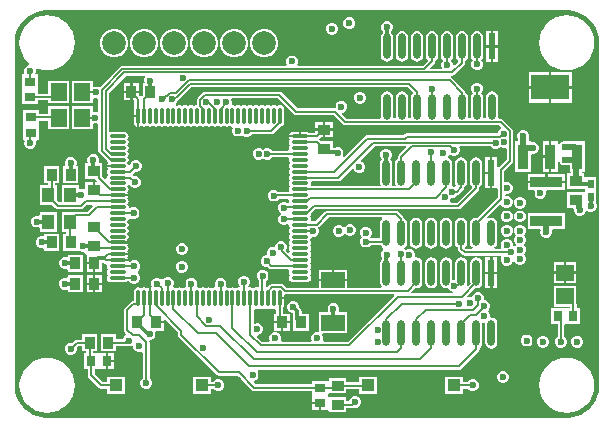
<source format=gtl>
G04*
G04 #@! TF.GenerationSoftware,Altium Limited,Altium Designer,24.6.1 (21)*
G04*
G04 Layer_Physical_Order=1*
G04 Layer_Color=255*
%FSLAX44Y44*%
%MOMM*%
G71*
G04*
G04 #@! TF.SameCoordinates,378F9F08-6654-43F8-BCBF-B2BEE8DC63DC*
G04*
G04*
G04 #@! TF.FilePolarity,Positive*
G04*
G01*
G75*
%ADD12C,0.2000*%
%ADD14C,0.1500*%
%ADD16R,1.0500X0.9000*%
%ADD17R,0.9500X0.8000*%
%ADD18R,1.1000X1.0000*%
%ADD19O,1.4500X0.3000*%
%ADD20O,0.3000X1.4500*%
%ADD21R,1.0500X1.3000*%
%ADD22R,0.9000X1.0500*%
%ADD23R,0.6080X2.2044*%
G04:AMPARAMS|DCode=24|XSize=2.2044mm|YSize=0.608mm|CornerRadius=0.304mm|HoleSize=0mm|Usage=FLASHONLY|Rotation=270.000|XOffset=0mm|YOffset=0mm|HoleType=Round|Shape=RoundedRectangle|*
%AMROUNDEDRECTD24*
21,1,2.2044,0.0000,0,0,270.0*
21,1,1.5965,0.6080,0,0,270.0*
1,1,0.6080,0.0000,-0.7982*
1,1,0.6080,0.0000,0.7982*
1,1,0.6080,0.0000,0.7982*
1,1,0.6080,0.0000,-0.7982*
%
%ADD24ROUNDEDRECTD24*%
%ADD25R,0.5000X0.7000*%
%ADD26R,0.8000X0.9500*%
%ADD27R,1.5000X1.4000*%
%ADD28R,3.2500X2.1500*%
%ADD29R,0.9000X2.1500*%
%ADD30R,2.7062X0.9542*%
%ADD31R,1.4000X1.5000*%
%ADD32R,2.0000X1.4000*%
%ADD52C,0.5000*%
%ADD53C,0.3000*%
%ADD54C,2.0000*%
%ADD55C,0.6000*%
G36*
X470000Y347451D02*
X471799D01*
X475367Y346981D01*
X478843Y346050D01*
X482167Y344673D01*
X485284Y342874D01*
X488139Y340683D01*
X490683Y338139D01*
X492874Y335284D01*
X494673Y332168D01*
X496050Y328843D01*
X496982Y325367D01*
X497451Y321799D01*
X497451Y320000D01*
X497451Y30000D01*
Y28201D01*
X496981Y24633D01*
X496050Y21157D01*
X494673Y17833D01*
X492874Y14716D01*
X490683Y11861D01*
X488139Y9317D01*
X485284Y7126D01*
X482168Y5327D01*
X478843Y3950D01*
X475367Y3019D01*
X471799Y2549D01*
X470000Y2549D01*
X30000Y2549D01*
X28201D01*
X24633Y3018D01*
X21157Y3950D01*
X17833Y5327D01*
X14716Y7126D01*
X11861Y9317D01*
X9317Y11861D01*
X7126Y14716D01*
X5327Y17832D01*
X3950Y21157D01*
X3019Y24633D01*
X2549Y28201D01*
X2549Y30000D01*
Y320000D01*
Y321799D01*
X3018Y325367D01*
X3950Y328843D01*
X5327Y332167D01*
X7126Y335284D01*
X9317Y338139D01*
X11861Y340683D01*
X14716Y342874D01*
X17832Y344673D01*
X21157Y346050D01*
X24633Y346981D01*
X28201Y347451D01*
X30000Y347451D01*
X470000Y347451D01*
D02*
G37*
%LPC*%
G36*
X286995Y341500D02*
X285005D01*
X283168Y340739D01*
X281761Y339332D01*
X281000Y337495D01*
Y335505D01*
X281761Y333668D01*
X283168Y332261D01*
X285005Y331500D01*
X286995D01*
X288832Y332261D01*
X290239Y333668D01*
X291000Y335505D01*
Y337495D01*
X290239Y339332D01*
X288832Y340739D01*
X286995Y341500D01*
D02*
G37*
G36*
X272245Y337000D02*
X270255D01*
X268418Y336239D01*
X267011Y334832D01*
X266250Y332995D01*
Y331005D01*
X267011Y329168D01*
X268418Y327761D01*
X270255Y327000D01*
X272245D01*
X274082Y327761D01*
X275489Y329168D01*
X276250Y331005D01*
Y332995D01*
X275489Y334832D01*
X274082Y336239D01*
X272245Y337000D01*
D02*
G37*
G36*
X411740Y330031D02*
X407700D01*
Y318009D01*
X411740D01*
Y330031D01*
D02*
G37*
G36*
X405700D02*
X401660D01*
Y318009D01*
X405700D01*
Y330031D01*
D02*
G37*
G36*
X215330Y331750D02*
X212170D01*
X209118Y330932D01*
X206382Y329352D01*
X204148Y327118D01*
X202568Y324382D01*
X201750Y321330D01*
Y318170D01*
X202568Y315118D01*
X204148Y312382D01*
X206382Y310148D01*
X209118Y308568D01*
X212170Y307750D01*
X215330D01*
X218382Y308568D01*
X221118Y310148D01*
X223352Y312382D01*
X224932Y315118D01*
X225750Y318170D01*
Y321330D01*
X224932Y324382D01*
X223352Y327118D01*
X221118Y329352D01*
X218382Y330932D01*
X215330Y331750D01*
D02*
G37*
G36*
X189930D02*
X186770D01*
X183718Y330932D01*
X180982Y329352D01*
X178748Y327118D01*
X177168Y324382D01*
X176350Y321330D01*
Y318170D01*
X177168Y315118D01*
X178748Y312382D01*
X180982Y310148D01*
X183718Y308568D01*
X186770Y307750D01*
X189930D01*
X192982Y308568D01*
X195718Y310148D01*
X197952Y312382D01*
X199532Y315118D01*
X200350Y318170D01*
Y321330D01*
X199532Y324382D01*
X197952Y327118D01*
X195718Y329352D01*
X192982Y330932D01*
X189930Y331750D01*
D02*
G37*
G36*
X164530D02*
X161370D01*
X158318Y330932D01*
X155582Y329352D01*
X153348Y327118D01*
X151768Y324382D01*
X150950Y321330D01*
Y318170D01*
X151768Y315118D01*
X153348Y312382D01*
X155582Y310148D01*
X158318Y308568D01*
X161370Y307750D01*
X164530D01*
X167582Y308568D01*
X170318Y310148D01*
X172552Y312382D01*
X174132Y315118D01*
X174950Y318170D01*
Y321330D01*
X174132Y324382D01*
X172552Y327118D01*
X170318Y329352D01*
X167582Y330932D01*
X164530Y331750D01*
D02*
G37*
G36*
X139130D02*
X135970D01*
X132918Y330932D01*
X130182Y329352D01*
X127948Y327118D01*
X126368Y324382D01*
X125550Y321330D01*
Y318170D01*
X126368Y315118D01*
X127948Y312382D01*
X130182Y310148D01*
X132918Y308568D01*
X135970Y307750D01*
X139130D01*
X142182Y308568D01*
X144918Y310148D01*
X147152Y312382D01*
X148732Y315118D01*
X149550Y318170D01*
Y321330D01*
X148732Y324382D01*
X147152Y327118D01*
X144918Y329352D01*
X142182Y330932D01*
X139130Y331750D01*
D02*
G37*
G36*
X113730D02*
X110570D01*
X107518Y330932D01*
X104782Y329352D01*
X102548Y327118D01*
X100968Y324382D01*
X100150Y321330D01*
Y318170D01*
X100968Y315118D01*
X102548Y312382D01*
X104782Y310148D01*
X107518Y308568D01*
X110570Y307750D01*
X113730D01*
X116782Y308568D01*
X119518Y310148D01*
X121752Y312382D01*
X123332Y315118D01*
X124150Y318170D01*
Y321330D01*
X123332Y324382D01*
X121752Y327118D01*
X119518Y329352D01*
X116782Y330932D01*
X113730Y331750D01*
D02*
G37*
G36*
X88330D02*
X85170D01*
X82118Y330932D01*
X79382Y329352D01*
X77148Y327118D01*
X75568Y324382D01*
X74750Y321330D01*
Y318170D01*
X75568Y315118D01*
X77148Y312382D01*
X79382Y310148D01*
X82118Y308568D01*
X85170Y307750D01*
X88330D01*
X91382Y308568D01*
X94118Y310148D01*
X96352Y312382D01*
X97932Y315118D01*
X98750Y318170D01*
Y321330D01*
X97932Y324382D01*
X96352Y327118D01*
X94118Y329352D01*
X91382Y330932D01*
X88330Y331750D01*
D02*
G37*
G36*
X411740Y316009D02*
X407700D01*
Y303987D01*
X411740D01*
Y316009D01*
D02*
G37*
G36*
X405700D02*
X401660D01*
Y303987D01*
X405700D01*
Y316009D01*
D02*
G37*
G36*
X343200Y330130D02*
X341233Y329739D01*
X339566Y328625D01*
X338452Y326958D01*
X338061Y324991D01*
Y309027D01*
X338452Y307060D01*
X339566Y305393D01*
X341233Y304279D01*
X343200Y303888D01*
X345167Y304279D01*
X346834Y305393D01*
X347948Y307060D01*
X348339Y309027D01*
Y324991D01*
X347948Y326958D01*
X346834Y328625D01*
X345167Y329739D01*
X343200Y330130D01*
D02*
G37*
G36*
X330500D02*
X328534Y329739D01*
X326866Y328625D01*
X325752Y326958D01*
X325361Y324991D01*
Y309027D01*
X325752Y307060D01*
X326866Y305393D01*
X328534Y304279D01*
X330500Y303888D01*
X332467Y304279D01*
X334134Y305393D01*
X335247Y307060D01*
X335639Y309027D01*
Y324991D01*
X335247Y326958D01*
X334134Y328625D01*
X332467Y329739D01*
X330500Y330130D01*
D02*
G37*
G36*
X318745Y338250D02*
X316755D01*
X314918Y337489D01*
X313511Y336082D01*
X312750Y334245D01*
Y332255D01*
X313511Y330418D01*
X314118Y329811D01*
X314166Y328625D01*
X313053Y326958D01*
X312661Y324991D01*
Y309027D01*
X313053Y307060D01*
X314166Y305393D01*
X315833Y304279D01*
X317800Y303888D01*
X319767Y304279D01*
X321434Y305393D01*
X322547Y307060D01*
X322939Y309027D01*
Y324991D01*
X322547Y326958D01*
X321434Y328625D01*
X321418Y329847D01*
X321989Y330418D01*
X322750Y332255D01*
Y334245D01*
X321989Y336082D01*
X320582Y337489D01*
X318745Y338250D01*
D02*
G37*
G36*
X381300Y330130D02*
X379333Y329739D01*
X377666Y328625D01*
X376553Y326958D01*
X376161Y324991D01*
Y309027D01*
X376553Y307060D01*
X377666Y305393D01*
X377921Y305223D01*
X378037Y303752D01*
X375000Y300715D01*
X373750Y301233D01*
Y302245D01*
X372989Y304082D01*
X372184Y304887D01*
X372234Y305393D01*
X373348Y307060D01*
X373739Y309027D01*
Y324991D01*
X373348Y326958D01*
X372234Y328625D01*
X370566Y329739D01*
X368600Y330130D01*
X366633Y329739D01*
X364966Y328625D01*
X363853Y326958D01*
X363461Y324991D01*
Y309027D01*
X363853Y307060D01*
X364966Y305393D01*
X365043Y304614D01*
X364511Y304082D01*
X363750Y302245D01*
Y300255D01*
X364248Y299054D01*
X363492Y297804D01*
X354868D01*
X354389Y298959D01*
X357883Y302452D01*
X358490Y303362D01*
X358704Y304435D01*
Y304839D01*
X359534Y305393D01*
X360648Y307060D01*
X361039Y309027D01*
Y324991D01*
X360648Y326958D01*
X359534Y328625D01*
X357867Y329739D01*
X355900Y330130D01*
X353933Y329739D01*
X352266Y328625D01*
X351152Y326958D01*
X350761Y324991D01*
Y309027D01*
X351152Y307060D01*
X352266Y305393D01*
X352323Y304823D01*
X348054Y300554D01*
X242508D01*
X241899Y301804D01*
X242500Y303255D01*
Y305245D01*
X241739Y307082D01*
X240332Y308489D01*
X238495Y309250D01*
X236505D01*
X234668Y308489D01*
X233261Y307082D01*
X232500Y305245D01*
Y303255D01*
X233101Y301804D01*
X232492Y300554D01*
X93750D01*
X92677Y300340D01*
X91767Y299733D01*
X75031Y282997D01*
X74082Y282239D01*
X72245Y283000D01*
X70255D01*
X69789Y282807D01*
X68750Y283501D01*
Y287750D01*
X50750D01*
Y268750D01*
X68750D01*
Y272499D01*
X69789Y273193D01*
X70255Y273000D01*
X72245D01*
X72407Y273067D01*
X73446Y272373D01*
Y262274D01*
X72407Y261579D01*
X71995Y261750D01*
X70005D01*
X69789Y261660D01*
X68750Y262355D01*
Y266250D01*
X50750D01*
Y247250D01*
X68750D01*
Y251145D01*
X69789Y251840D01*
X70005Y251750D01*
X71995D01*
X72407Y251921D01*
X73446Y251226D01*
Y228750D01*
X73660Y227677D01*
X74267Y226767D01*
X80530Y220505D01*
X80703Y219634D01*
X81461Y218500D01*
X80703Y217366D01*
X80630Y217000D01*
X89750D01*
Y215000D01*
X80630D01*
X80703Y214634D01*
X81461Y213500D01*
X80703Y212366D01*
X80431Y211000D01*
X80703Y209634D01*
X81461Y208500D01*
X80703Y207366D01*
X80431Y206000D01*
X80591Y205200D01*
X79439Y204584D01*
X76809Y207214D01*
Y208000D01*
X76809Y208000D01*
X76750Y208296D01*
Y218000D01*
X74751D01*
X74057Y219039D01*
X74250Y219505D01*
Y221495D01*
X73489Y223332D01*
X72082Y224739D01*
X70245Y225500D01*
X68255D01*
X66418Y224739D01*
X65011Y223332D01*
X64250Y221495D01*
Y219505D01*
X64443Y219039D01*
X63749Y218000D01*
X62250D01*
Y205000D01*
X70880D01*
X70924Y204776D01*
X71587Y203784D01*
X72216Y203155D01*
X71738Y202000D01*
X70500D01*
Y195500D01*
X68500D01*
Y202000D01*
X62250D01*
Y196704D01*
X61000Y195980D01*
X59745Y196500D01*
X57755D01*
X56750Y197172D01*
Y200000D01*
X42250D01*
Y185059D01*
X40517D01*
X38250Y187326D01*
Y200000D01*
X37059D01*
Y201250D01*
X40500D01*
Y215750D01*
X27500D01*
Y201250D01*
X30941D01*
Y200000D01*
X23750D01*
Y183000D01*
X33924D01*
X37087Y179837D01*
X37087Y179837D01*
X38080Y179174D01*
X39250Y178941D01*
X58644D01*
X58644Y178941D01*
X59815Y179174D01*
X60807Y179837D01*
X63911Y182941D01*
X68126D01*
X68605Y181786D01*
X63877Y177059D01*
X53750D01*
X53454Y177000D01*
X42250D01*
Y160000D01*
X46441D01*
Y158250D01*
X43500D01*
Y143750D01*
X56500D01*
X56500Y143750D01*
X57617Y143429D01*
X59255Y142750D01*
X61245D01*
X62250Y142078D01*
Y141500D01*
X62561D01*
X63500Y140750D01*
Y134500D01*
X70000D01*
Y133500D01*
X71000D01*
Y126250D01*
X76500D01*
Y134164D01*
X77750Y134174D01*
X78087Y133837D01*
X78087Y133837D01*
X79079Y133174D01*
X79663Y133058D01*
X80334Y132611D01*
X80569Y131691D01*
X80431Y131000D01*
X80703Y129634D01*
X81461Y128500D01*
X80703Y127366D01*
X80431Y126000D01*
X80703Y124634D01*
X81461Y123500D01*
X80703Y122366D01*
X80431Y121000D01*
X80703Y119634D01*
X81477Y118477D01*
X82634Y117703D01*
X84000Y117431D01*
X95500D01*
X96866Y117703D01*
X97604Y118196D01*
X99499D01*
X99511Y118168D01*
X100918Y116761D01*
X102755Y116000D01*
X104745D01*
X106582Y116761D01*
X107989Y118168D01*
X108750Y120005D01*
Y121995D01*
X107989Y123832D01*
X106713Y125109D01*
X106680Y126448D01*
X106832Y126511D01*
X108239Y127918D01*
X109000Y129755D01*
Y131745D01*
X108239Y133582D01*
X106832Y134989D01*
X104995Y135750D01*
X103005D01*
X101168Y134989D01*
X100578Y134399D01*
X99949Y134487D01*
X99593Y135000D01*
X89750D01*
Y137000D01*
X98870D01*
X98797Y137366D01*
X98039Y138500D01*
X98797Y139634D01*
X98870Y140000D01*
X89750D01*
Y142000D01*
X98870D01*
X98797Y142366D01*
X98039Y143500D01*
X98797Y144634D01*
X99069Y146000D01*
X98797Y147366D01*
X98039Y148500D01*
X98797Y149634D01*
X98870Y150000D01*
X89750D01*
Y152000D01*
X98870D01*
X98797Y152366D01*
X98039Y153500D01*
X98797Y154634D01*
X99069Y156000D01*
X98797Y157366D01*
X98039Y158500D01*
X98797Y159634D01*
X99069Y161000D01*
X98797Y162366D01*
X98039Y163500D01*
X98797Y164634D01*
X99069Y166000D01*
X98797Y167366D01*
X98039Y168500D01*
X98797Y169634D01*
X99069Y171000D01*
X99046Y171115D01*
X100198Y171731D01*
X100418Y171511D01*
X102255Y170750D01*
X104245D01*
X106082Y171511D01*
X107489Y172918D01*
X108250Y174755D01*
Y176745D01*
X107489Y178582D01*
X106082Y179989D01*
X104245Y180750D01*
X102255D01*
X100418Y179989D01*
X100073Y179645D01*
X98921Y180260D01*
X99069Y181000D01*
X98797Y182366D01*
X98039Y183500D01*
X98797Y184634D01*
X99069Y186000D01*
X98797Y187366D01*
X98039Y188500D01*
X98797Y189634D01*
X98870Y190000D01*
X89750D01*
Y192000D01*
X98870D01*
X98797Y192366D01*
X98039Y193500D01*
X98797Y194634D01*
X99069Y196000D01*
X98797Y197366D01*
X98039Y198500D01*
X98744Y199555D01*
X99166Y199631D01*
X100069Y199623D01*
X100305Y199052D01*
X101712Y197646D01*
X103550Y196885D01*
X105539D01*
X107376Y197646D01*
X108783Y199052D01*
X109544Y200890D01*
Y202879D01*
X108783Y204717D01*
X107376Y206124D01*
X105539Y206885D01*
X103550D01*
X102746Y207731D01*
X102647Y208478D01*
X102665Y208816D01*
X102791Y209232D01*
X104059Y210501D01*
X104088Y210489D01*
X106077D01*
X107915Y211250D01*
X109321Y212656D01*
X110082Y214494D01*
Y216483D01*
X109321Y218321D01*
X107915Y219728D01*
X106077Y220489D01*
X104088D01*
X102250Y219728D01*
X100843Y218321D01*
X100194Y216752D01*
X98938Y216710D01*
X98927Y216712D01*
X98797Y217366D01*
X98039Y218500D01*
X98797Y219634D01*
X99069Y221000D01*
X98797Y222366D01*
X98039Y223500D01*
X98797Y224634D01*
X99069Y226000D01*
X98797Y227366D01*
X98039Y228500D01*
X98797Y229634D01*
X99069Y231000D01*
X98797Y232366D01*
X98039Y233500D01*
X98797Y234634D01*
X99069Y236000D01*
X98797Y237366D01*
X98039Y238500D01*
X98797Y239634D01*
X99069Y241000D01*
X98797Y242366D01*
X98023Y243523D01*
X96866Y244297D01*
X95500Y244569D01*
X84000D01*
X83554Y244480D01*
X82304Y245465D01*
Y277839D01*
X96661Y292196D01*
X112992D01*
X113470Y291041D01*
X113261Y290832D01*
X112500Y288995D01*
Y287005D01*
X112590Y286789D01*
X111895Y285750D01*
X111000D01*
Y275706D01*
X110063Y274820D01*
X108878Y274820D01*
X108666Y274910D01*
X108000Y275576D01*
Y277500D01*
X102500D01*
Y271250D01*
X103674D01*
X103941Y270983D01*
Y265722D01*
X103703Y265366D01*
X103431Y264000D01*
Y259250D01*
X107000D01*
Y258250D01*
X108000D01*
Y249130D01*
X108366Y249203D01*
X109500Y249961D01*
X110634Y249203D01*
X112000Y248932D01*
X113366Y249203D01*
X114500Y249961D01*
X115634Y249203D01*
X117000Y248932D01*
X118366Y249203D01*
X119500Y249961D01*
X120634Y249203D01*
X122000Y248932D01*
X123366Y249203D01*
X124500Y249961D01*
X125634Y249203D01*
X127000Y248932D01*
X128366Y249203D01*
X129500Y249961D01*
X130634Y249203D01*
X132000Y248932D01*
X133366Y249203D01*
X134500Y249961D01*
X135634Y249203D01*
X137000Y248932D01*
X138366Y249203D01*
X139500Y249961D01*
X140634Y249203D01*
X142000Y248932D01*
X143366Y249203D01*
X144500Y249961D01*
X145634Y249203D01*
X147000Y248932D01*
X148366Y249203D01*
X149500Y249961D01*
X150634Y249203D01*
X152000Y248932D01*
X153366Y249203D01*
X154500Y249961D01*
X155634Y249203D01*
X157000Y248932D01*
X158366Y249203D01*
X159500Y249961D01*
X160634Y249203D01*
X162000Y248932D01*
X163366Y249203D01*
X164500Y249961D01*
X165634Y249203D01*
X167000Y248932D01*
X168366Y249203D01*
X169500Y249961D01*
X170634Y249203D01*
X172000Y248932D01*
X173366Y249203D01*
X174500Y249961D01*
X175634Y249203D01*
X177000Y248932D01*
X178366Y249203D01*
X179500Y249961D01*
X180634Y249203D01*
X182000Y248932D01*
X183366Y249203D01*
X184500Y249961D01*
X185634Y249203D01*
X186356Y249060D01*
X187138Y247860D01*
X187155Y247723D01*
X186750Y246745D01*
Y244755D01*
X187511Y242918D01*
X188918Y241511D01*
X190755Y240750D01*
X192745D01*
X194582Y241511D01*
X195248Y242177D01*
X196163Y241261D01*
X198001Y240500D01*
X199990D01*
X201828Y241261D01*
X203235Y242668D01*
X203246Y242696D01*
X220000D01*
X221073Y242910D01*
X221983Y243517D01*
X227495Y249030D01*
X228366Y249203D01*
X229523Y249977D01*
X230297Y251134D01*
X230569Y252500D01*
Y264000D01*
X230297Y265366D01*
X229523Y266523D01*
X228366Y267297D01*
X227000Y267569D01*
X225634Y267297D01*
X224500Y266539D01*
X223366Y267297D01*
X222000Y267569D01*
X220634Y267297D01*
X219500Y266539D01*
X218366Y267297D01*
X217000Y267569D01*
X215634Y267297D01*
X214500Y266539D01*
X213366Y267297D01*
X212000Y267569D01*
X210634Y267297D01*
X209500Y266539D01*
X208366Y267297D01*
X207000Y267569D01*
X205634Y267297D01*
X204500Y266539D01*
X203366Y267297D01*
X202000Y267569D01*
X200634Y267297D01*
X199500Y266539D01*
X198366Y267297D01*
X197000Y267569D01*
X195634Y267297D01*
X194500Y266539D01*
X193366Y267297D01*
X192000Y267569D01*
X190634Y267297D01*
X189500Y266539D01*
X188366Y267297D01*
X187334Y267502D01*
X186451Y268637D01*
X186500Y268755D01*
Y270745D01*
X186002Y271946D01*
X186758Y273196D01*
X225589D01*
X239017Y259767D01*
X239927Y259160D01*
X241000Y258946D01*
X272589D01*
X280548Y250986D01*
X281458Y250378D01*
X282531Y250165D01*
X412941D01*
X414574Y248532D01*
X414330Y247306D01*
X414168Y247239D01*
X412761Y245832D01*
X412000Y243995D01*
Y243304D01*
X334500D01*
X333427Y243090D01*
X332517Y242482D01*
X331839Y241804D01*
X301000D01*
X299927Y241590D01*
X299017Y240983D01*
X281514Y223479D01*
X280454Y224187D01*
X281000Y225505D01*
Y227495D01*
X280239Y229332D01*
X278832Y230739D01*
X276995Y231500D01*
X275005D01*
X273964Y231069D01*
X271750D01*
Y237000D01*
X261576D01*
X260910Y237666D01*
X260556Y238500D01*
X260910Y239334D01*
X261576Y240000D01*
X263500D01*
Y245500D01*
X257250D01*
Y244326D01*
X256983Y244059D01*
X251722D01*
X251366Y244297D01*
X250000Y244569D01*
X245250D01*
Y241000D01*
X244250D01*
Y240000D01*
X235130D01*
X235203Y239634D01*
X235961Y238500D01*
X235203Y237366D01*
X234931Y236000D01*
X235203Y234634D01*
X235961Y233500D01*
X235203Y232366D01*
X234931Y231000D01*
X235107Y230116D01*
X234327Y228866D01*
X220775D01*
X220738Y228957D01*
X219331Y230364D01*
X217493Y231125D01*
X215504D01*
X213667Y230364D01*
X212937Y229634D01*
X212082Y230489D01*
X210245Y231250D01*
X208255D01*
X206418Y230489D01*
X205011Y229082D01*
X204250Y227245D01*
Y225255D01*
X205011Y223418D01*
X206418Y222011D01*
X208255Y221250D01*
X210245D01*
X212082Y222011D01*
X212812Y222741D01*
X213667Y221886D01*
X215504Y221125D01*
X217493D01*
X219331Y221886D01*
X220704Y223259D01*
X234411D01*
X235132Y222009D01*
X234931Y221000D01*
X235203Y219634D01*
X235961Y218500D01*
X235203Y217366D01*
X234931Y216000D01*
X235203Y214634D01*
X235961Y213500D01*
X235203Y212366D01*
X234931Y211000D01*
X235203Y209634D01*
X235961Y208500D01*
X235203Y207366D01*
X234931Y206000D01*
X235203Y204634D01*
X235961Y203500D01*
X235203Y202366D01*
X234931Y201000D01*
X235203Y199634D01*
X235961Y198500D01*
X235203Y197366D01*
X234931Y196000D01*
X235145Y194929D01*
X234453Y193679D01*
X225892D01*
X224582Y194989D01*
X222745Y195750D01*
X220755D01*
X218918Y194989D01*
X217511Y193582D01*
X216750Y191745D01*
Y189755D01*
X217511Y187918D01*
X218918Y186511D01*
X220755Y185750D01*
X222745D01*
X224582Y186511D01*
X225989Y187918D01*
X226052Y188071D01*
X234286D01*
X235095Y186821D01*
X234931Y186000D01*
X235169Y184804D01*
X235128Y184690D01*
X233929Y184142D01*
X233332Y184739D01*
X231495Y185500D01*
X229505D01*
X227668Y184739D01*
X226261Y183332D01*
X225500Y181495D01*
Y179505D01*
X226261Y177668D01*
X227668Y176261D01*
X227872Y176176D01*
Y174823D01*
X227668Y174739D01*
X226261Y173332D01*
X225500Y171495D01*
Y169505D01*
X226261Y167668D01*
X227668Y166261D01*
X229505Y165500D01*
X231495D01*
X233332Y166261D01*
X233802Y166731D01*
X234954Y166115D01*
X234931Y166000D01*
X235203Y164634D01*
X235961Y163500D01*
X235203Y162366D01*
X234931Y161000D01*
X235203Y159634D01*
X235961Y158500D01*
X235203Y157366D01*
X234931Y156000D01*
X235203Y154634D01*
X235961Y153500D01*
X235203Y152366D01*
X234931Y151000D01*
X235203Y149634D01*
X235961Y148500D01*
X235203Y147366D01*
X234931Y146000D01*
X235203Y144634D01*
X235755Y143808D01*
X235187Y142628D01*
X234017Y142323D01*
X232206Y144135D01*
X232239Y144168D01*
X233000Y146005D01*
Y147995D01*
X232239Y149832D01*
X230832Y151239D01*
X228995Y152000D01*
X227005D01*
X225168Y151239D01*
X223761Y149832D01*
X223000Y147995D01*
Y147672D01*
X221994Y147000D01*
X220005D01*
X218168Y146239D01*
X216761Y144832D01*
X216000Y142995D01*
Y141005D01*
X215328Y140000D01*
X215005D01*
X213168Y139239D01*
X211761Y137832D01*
X211000Y135995D01*
Y134005D01*
X211761Y132168D01*
X213168Y130761D01*
X215005Y130000D01*
X216995D01*
X217023Y130012D01*
X218017Y129017D01*
X218927Y128410D01*
X220000Y128196D01*
X234369D01*
X235120Y126946D01*
X234931Y126000D01*
X235203Y124634D01*
X235961Y123500D01*
X235203Y122366D01*
X234931Y121000D01*
X235203Y119634D01*
X235977Y118477D01*
X237134Y117703D01*
X238500Y117431D01*
X250000D01*
X251366Y117703D01*
X252523Y118477D01*
X253297Y119634D01*
X253569Y121000D01*
X253297Y122366D01*
X252539Y123500D01*
X253297Y124634D01*
X253569Y126000D01*
X253297Y127366D01*
X252539Y128500D01*
X253297Y129634D01*
X253569Y131000D01*
X253297Y132366D01*
X252539Y133500D01*
X253297Y134634D01*
X253569Y136000D01*
X253297Y137366D01*
X252539Y138500D01*
X253297Y139634D01*
X253569Y141000D01*
X253297Y142366D01*
X252539Y143500D01*
X253297Y144634D01*
X253569Y146000D01*
X253297Y147366D01*
X252539Y148500D01*
X253297Y149634D01*
X253569Y151000D01*
X253297Y152366D01*
X252539Y153500D01*
X253297Y154634D01*
X253345Y154878D01*
X254506Y155750D01*
X256495D01*
X258332Y156511D01*
X259739Y157918D01*
X260500Y159755D01*
Y161745D01*
X259739Y163582D01*
X259750Y163695D01*
X260233Y164017D01*
X268411Y172196D01*
X313545D01*
X313924Y170946D01*
X313416Y170607D01*
X312302Y168940D01*
X311911Y166973D01*
Y154558D01*
X304005D01*
X303993Y154587D01*
X303076Y155505D01*
X303989Y156418D01*
X304750Y158255D01*
Y160245D01*
X303989Y162082D01*
X302582Y163489D01*
X300745Y164250D01*
X298755D01*
X296918Y163489D01*
X295511Y162082D01*
X294750Y160245D01*
Y158255D01*
X295511Y156418D01*
X296429Y155500D01*
X295516Y154587D01*
X294755Y152749D01*
Y150760D01*
X295516Y148922D01*
X296922Y147516D01*
X298760Y146755D01*
X300749D01*
X302587Y147516D01*
X303993Y148922D01*
X304005Y148951D01*
X312364D01*
X313416Y147375D01*
X314850Y146417D01*
X314923Y145532D01*
X314817Y145051D01*
X314668Y144989D01*
X313261Y143582D01*
X312500Y141745D01*
Y139755D01*
X313261Y137918D01*
X313666Y136875D01*
X312553Y135208D01*
X312161Y133241D01*
Y117277D01*
X312553Y115310D01*
X313392Y114054D01*
X312844Y112804D01*
X284000D01*
Y118000D01*
X272000D01*
X260000D01*
Y112804D01*
X232611D01*
X230432Y114983D01*
X229523Y115590D01*
X228450Y115804D01*
X220550D01*
X219477Y115590D01*
X218568Y114983D01*
X216567Y112983D01*
X216304Y112930D01*
X215054Y113798D01*
Y118396D01*
X215332Y118511D01*
X216739Y119918D01*
X217500Y121756D01*
Y123745D01*
X216739Y125582D01*
X215332Y126989D01*
X213495Y127750D01*
X211505D01*
X209668Y126989D01*
X208261Y125582D01*
X207500Y123745D01*
Y121756D01*
X208261Y119918D01*
X209446Y118733D01*
Y113375D01*
X208921Y113094D01*
X208196Y112831D01*
X207000Y113069D01*
X205634Y112797D01*
X204500Y112039D01*
X203366Y112797D01*
X202000Y113069D01*
X200929Y112856D01*
X200778Y112939D01*
X200420Y114349D01*
X200989Y114918D01*
X201750Y116755D01*
Y118745D01*
X200989Y120582D01*
X199582Y121989D01*
X197745Y122750D01*
X195755D01*
X193918Y121989D01*
X192511Y120582D01*
X191750Y118745D01*
Y116755D01*
X192511Y114918D01*
X193355Y114073D01*
X192740Y112921D01*
X192000Y113069D01*
X190634Y112797D01*
X189500Y112039D01*
X188366Y112797D01*
X187000Y113069D01*
X185634Y112797D01*
X184500Y112039D01*
X183366Y112797D01*
X182567Y112956D01*
X181725Y114192D01*
X181891Y114592D01*
Y116581D01*
X181130Y118419D01*
X179723Y119825D01*
X177886Y120586D01*
X175896D01*
X174059Y119825D01*
X172652Y118419D01*
X171891Y116581D01*
Y114592D01*
X172037Y114239D01*
X171232Y112916D01*
X170634Y112797D01*
X169500Y112039D01*
X168366Y112797D01*
X167000Y113069D01*
X165634Y112797D01*
X164500Y112039D01*
X163366Y112797D01*
X162000Y113069D01*
X160634Y112797D01*
X159500Y112039D01*
X158366Y112797D01*
X157644Y112941D01*
X156862Y114140D01*
X156845Y114277D01*
X157250Y115255D01*
Y117245D01*
X156489Y119082D01*
X155082Y120489D01*
X153244Y121250D01*
X151255D01*
X149418Y120489D01*
X148011Y119082D01*
X147250Y117245D01*
Y115255D01*
X147684Y114207D01*
X147218Y113431D01*
X146818Y113032D01*
X145634Y112797D01*
X144500Y112039D01*
X143366Y112797D01*
X142000Y113069D01*
X140634Y112797D01*
X139500Y112039D01*
X138366Y112797D01*
X137340Y113001D01*
X137090Y113270D01*
X136758Y113866D01*
X136635Y114270D01*
X137250Y115755D01*
Y117745D01*
X136489Y119582D01*
X135082Y120989D01*
X133245Y121750D01*
X131255D01*
X129418Y120989D01*
X128317Y119888D01*
X128004Y119584D01*
X126755Y119816D01*
X126082Y120489D01*
X124245Y121250D01*
X122255D01*
X120418Y120489D01*
X119011Y119082D01*
X118250Y117245D01*
Y115255D01*
X118818Y113884D01*
X118817Y113882D01*
X118000Y112989D01*
Y103750D01*
X116000D01*
Y112870D01*
X115634Y112797D01*
X114500Y112039D01*
X113366Y112797D01*
X112000Y113069D01*
X110634Y112797D01*
X109500Y112039D01*
X108366Y112797D01*
X107000Y113069D01*
X105634Y112797D01*
X104477Y112023D01*
X103703Y110866D01*
X103431Y109500D01*
Y101554D01*
X103057D01*
X101984Y101341D01*
X101074Y100733D01*
X96017Y95675D01*
X95410Y94766D01*
X95196Y93693D01*
Y76750D01*
X95410Y75677D01*
X96017Y74767D01*
X97054Y73731D01*
X96810Y72505D01*
X96168Y72239D01*
X94761Y70832D01*
X94027Y69059D01*
X88500D01*
Y73250D01*
X75500D01*
Y58750D01*
X88500D01*
Y62941D01*
X95918D01*
X95918Y62941D01*
X97088Y63174D01*
X97278Y63301D01*
X98005Y63000D01*
X99995D01*
X101832Y63761D01*
X103000Y63161D01*
Y62005D01*
X103761Y60168D01*
X105168Y58761D01*
X107006Y58000D01*
X108995D01*
X109946Y58394D01*
X111196Y57559D01*
Y36251D01*
X111168Y36239D01*
X109761Y34832D01*
X109000Y32995D01*
Y31005D01*
X109761Y29168D01*
X111168Y27761D01*
X113005Y27000D01*
X114995D01*
X116832Y27761D01*
X118239Y29168D01*
X119000Y31005D01*
Y32995D01*
X118239Y34832D01*
X116832Y36239D01*
X116804Y36251D01*
Y66500D01*
X116605Y67500D01*
X116604Y67595D01*
X117307Y68750D01*
X117745D01*
X119582Y69511D01*
X120989Y70918D01*
X121750Y72755D01*
Y74745D01*
X121557Y75211D01*
X122251Y76250D01*
X129000D01*
Y82500D01*
X122500D01*
Y84500D01*
X129000D01*
Y85402D01*
X130155Y85880D01*
X140901Y75134D01*
Y72974D01*
X141114Y71901D01*
X141722Y70992D01*
X173696Y39017D01*
X174606Y38410D01*
X175679Y38196D01*
X191410D01*
X203588Y26017D01*
X204498Y25410D01*
X205571Y25196D01*
X254500D01*
Y22250D01*
X254500Y22000D01*
Y21000D01*
X254500Y20750D01*
Y16000D01*
X261250D01*
Y15000D01*
X262250D01*
Y9000D01*
X267750D01*
X268000Y9000D01*
X269000Y8396D01*
Y7250D01*
X283500D01*
Y10946D01*
X287947D01*
X289020Y11160D01*
X289249Y11313D01*
X290005Y11000D01*
X291995D01*
X293832Y11761D01*
X295239Y13168D01*
X296000Y15005D01*
Y16995D01*
X295239Y18832D01*
X293832Y20239D01*
X291995Y21000D01*
X290005D01*
X288168Y20239D01*
X286761Y18832D01*
X286000Y16995D01*
Y16554D01*
X283500D01*
Y20250D01*
X269250D01*
X269000Y20250D01*
X268000Y20854D01*
Y22000D01*
X268000Y22250D01*
Y22647D01*
X269000Y23250D01*
X283500D01*
Y26946D01*
X294000D01*
Y23000D01*
X309000D01*
Y37000D01*
X294000D01*
Y32554D01*
X283500D01*
Y36250D01*
X269000D01*
Y34604D01*
X268000Y34000D01*
X254500D01*
Y30804D01*
X206733D01*
X204691Y32845D01*
X205214Y34091D01*
X206832Y34761D01*
X208239Y36168D01*
X209000Y38005D01*
Y39995D01*
X208239Y41832D01*
X208030Y42041D01*
X208508Y43196D01*
X378380D01*
X379453Y43410D01*
X380362Y44017D01*
X395483Y59138D01*
X396090Y60047D01*
X396304Y61120D01*
Y62071D01*
X397134Y62625D01*
X398247Y64292D01*
X398639Y66259D01*
Y82223D01*
X398578Y82528D01*
X399492Y83545D01*
X400269Y83486D01*
X401100Y82416D01*
X401061Y82223D01*
Y66259D01*
X401452Y64292D01*
X402566Y62625D01*
X404234Y61511D01*
X406200Y61120D01*
X408167Y61511D01*
X409834Y62625D01*
X410947Y64292D01*
X411339Y66259D01*
Y82223D01*
X410947Y84190D01*
X409834Y85857D01*
X408167Y86971D01*
X406326Y87337D01*
X406098Y87479D01*
X405250Y88448D01*
Y89995D01*
X404489Y91832D01*
X403196Y93125D01*
X404239Y94168D01*
X405000Y96005D01*
Y97995D01*
X404239Y99832D01*
X402832Y101239D01*
X400994Y102000D01*
X400422D01*
X399750Y103006D01*
Y104995D01*
X398989Y106832D01*
X397582Y108239D01*
X395745Y109000D01*
X393755D01*
X391918Y108239D01*
X390511Y106832D01*
X389750Y104995D01*
X388908Y104432D01*
X388745Y104500D01*
X386755D01*
X386245Y104289D01*
X385537Y105348D01*
X392521Y112333D01*
X393500Y112138D01*
X395466Y112529D01*
X397134Y113643D01*
X398247Y115310D01*
X398639Y117277D01*
Y133241D01*
X398247Y135208D01*
X397134Y136875D01*
X395466Y137989D01*
X393500Y138380D01*
X391534Y137989D01*
X389866Y136875D01*
X388753Y135208D01*
X388361Y133241D01*
Y117277D01*
X388556Y116298D01*
X386009Y113751D01*
X385038Y114548D01*
X385547Y115310D01*
X385939Y117277D01*
Y133241D01*
X385547Y135208D01*
X384434Y136875D01*
X382766Y137989D01*
X380800Y138380D01*
X378834Y137989D01*
X377166Y136875D01*
X376053Y135208D01*
X375661Y133241D01*
Y119003D01*
X375581Y118949D01*
X373592D01*
X373239Y119185D01*
Y133241D01*
X372848Y135208D01*
X371734Y136875D01*
X370066Y137989D01*
X368100Y138380D01*
X366133Y137989D01*
X364466Y136875D01*
X363353Y135208D01*
X362961Y133241D01*
Y117277D01*
X363353Y115310D01*
X364466Y113643D01*
X366133Y112529D01*
X368100Y112138D01*
X369786Y112473D01*
X370348Y111117D01*
X371754Y109710D01*
X373339Y109054D01*
X373090Y107804D01*
X338960D01*
X338442Y109054D01*
X341721Y112333D01*
X342700Y112138D01*
X344666Y112529D01*
X346334Y113643D01*
X347448Y115310D01*
X347839Y117277D01*
Y133241D01*
X347448Y135208D01*
X346334Y136875D01*
X344666Y137989D01*
X342737Y138372D01*
X342570Y138414D01*
X341750Y139465D01*
Y141245D01*
X340989Y143082D01*
X339582Y144489D01*
X337745Y145250D01*
X335755D01*
X333918Y144489D01*
X333743Y144314D01*
X332665Y145392D01*
X332585Y146504D01*
X332658Y146890D01*
X333384Y147375D01*
X334497Y149043D01*
X334889Y151009D01*
Y166973D01*
X334497Y168940D01*
X333384Y170607D01*
X332503Y171196D01*
X332340Y172012D01*
X331733Y172921D01*
X327671Y176983D01*
X326762Y177590D01*
X325689Y177804D01*
X267250D01*
X266177Y177590D01*
X265267Y176983D01*
X257089Y168804D01*
X254131D01*
X253380Y170054D01*
X253569Y171000D01*
X253297Y172366D01*
X252539Y173500D01*
X253297Y174634D01*
X253470Y175505D01*
X257161Y179196D01*
X378362D01*
X379435Y179410D01*
X380345Y180017D01*
X395233Y194905D01*
X395840Y195815D01*
X396054Y196888D01*
Y197839D01*
X396884Y198393D01*
X397998Y200060D01*
X398389Y202027D01*
Y217991D01*
X397998Y219958D01*
X396884Y221625D01*
X395216Y222739D01*
X393250Y223130D01*
X391283Y222739D01*
X389616Y221625D01*
X388503Y219958D01*
X388111Y217991D01*
Y202027D01*
X388503Y200060D01*
X389616Y198393D01*
X389722Y197325D01*
X377201Y184804D01*
X371643D01*
X371125Y186054D01*
X371489Y186418D01*
X372250Y188255D01*
Y188636D01*
X374017D01*
X375855Y189397D01*
X377262Y190804D01*
X377380Y191090D01*
X377846Y191182D01*
X378755Y191790D01*
X382533Y195567D01*
X383140Y196477D01*
X383354Y197550D01*
Y197839D01*
X384184Y198393D01*
X385298Y200060D01*
X385689Y202027D01*
Y217991D01*
X385298Y219958D01*
X384184Y221625D01*
X382517Y222739D01*
X380550Y223130D01*
X378583Y222739D01*
X376916Y221625D01*
X375802Y219958D01*
X375411Y217991D01*
Y202027D01*
X375802Y200060D01*
X376293Y199326D01*
X376204Y199082D01*
X374626Y198384D01*
X374017Y198636D01*
X373149D01*
X372481Y199886D01*
X372598Y200060D01*
X372989Y202027D01*
Y217991D01*
X372598Y219958D01*
X371484Y221625D01*
X370123Y222534D01*
X369758Y223186D01*
X369646Y224047D01*
X370076Y225085D01*
X371219Y225463D01*
X371478Y225451D01*
X371668Y225261D01*
X373505Y224500D01*
X375495D01*
X377332Y225261D01*
X378739Y226668D01*
X379500Y228505D01*
Y230495D01*
X379106Y231446D01*
X379941Y232696D01*
X405499D01*
X405511Y232668D01*
X406918Y231261D01*
X408755Y230500D01*
X410745D01*
X412582Y231261D01*
X413500Y232179D01*
X414168Y231511D01*
X416005Y230750D01*
X417995D01*
X418157Y230817D01*
X419196Y230123D01*
Y221559D01*
X412267Y214630D01*
X412240Y214589D01*
X410990Y214968D01*
Y223031D01*
X406950D01*
Y210009D01*
Y196987D01*
X410990D01*
X411446Y195926D01*
Y189135D01*
X394229Y171917D01*
X393250Y172112D01*
X391283Y171721D01*
X389616Y170607D01*
X388503Y168940D01*
X388111Y166973D01*
Y151009D01*
X388503Y149043D01*
X389616Y147375D01*
X390472Y146804D01*
X390093Y145554D01*
X384985D01*
X384097Y146500D01*
X384184Y147375D01*
X385298Y149043D01*
X385689Y151009D01*
Y166973D01*
X385298Y168940D01*
X384184Y170607D01*
X382517Y171721D01*
X380550Y172112D01*
X378583Y171721D01*
X376916Y170607D01*
X375802Y168940D01*
X375411Y166973D01*
Y151009D01*
X375802Y149043D01*
X376916Y147375D01*
X377746Y146821D01*
Y145870D01*
X377960Y144797D01*
X378567Y143888D01*
X381688Y140767D01*
X382597Y140160D01*
X383670Y139946D01*
X413992D01*
X414748Y138696D01*
X414250Y137495D01*
Y135505D01*
X415011Y133668D01*
X416418Y132261D01*
X418255Y131500D01*
X420245D01*
X422082Y132261D01*
X423489Y133668D01*
X424250Y135505D01*
Y136419D01*
X424435Y136512D01*
X425335Y135960D01*
X425536Y135669D01*
X426261Y133918D01*
X427668Y132511D01*
X429505Y131750D01*
X431495D01*
X433332Y132511D01*
X434739Y133918D01*
X435500Y135755D01*
Y137745D01*
X434739Y139582D01*
X433446Y140875D01*
X434739Y142168D01*
X435500Y144005D01*
Y145995D01*
X434739Y147832D01*
X433571Y149000D01*
X434739Y150168D01*
X435500Y152005D01*
Y153995D01*
X434739Y155832D01*
X433571Y157000D01*
X434739Y158168D01*
X435500Y160005D01*
Y161995D01*
X434739Y163832D01*
X433332Y165239D01*
X431495Y166000D01*
X429505D01*
X427668Y165239D01*
X426261Y163832D01*
X425500Y161995D01*
Y160005D01*
X426261Y158168D01*
X427429Y157000D01*
X426261Y155832D01*
X425500Y153995D01*
Y152005D01*
X426261Y150168D01*
X427429Y149000D01*
X426261Y147832D01*
X425405Y147582D01*
X425190Y147661D01*
X424250Y148460D01*
Y149995D01*
X423489Y151832D01*
X422082Y153239D01*
X420245Y154000D01*
X418255D01*
X416418Y153239D01*
X415011Y151832D01*
X414250Y149995D01*
Y148005D01*
X414748Y146804D01*
X413992Y145554D01*
X409108D01*
X408728Y146804D01*
X409584Y147375D01*
X410698Y149043D01*
X411089Y151009D01*
Y166973D01*
X410698Y168940D01*
X409584Y170607D01*
X407916Y171721D01*
X405950Y172112D01*
X403983Y171721D01*
X403221Y171211D01*
X402424Y172182D01*
X413293Y183051D01*
X414767Y182757D01*
X415011Y182168D01*
X416418Y180761D01*
X418255Y180000D01*
X420245D01*
X422082Y180761D01*
X423489Y182168D01*
X424250Y184005D01*
Y185995D01*
X423489Y187832D01*
X422082Y189239D01*
X420245Y190000D01*
X418256D01*
X417569Y191000D01*
X417661Y191134D01*
X418680Y192000D01*
X420245D01*
X422082Y192761D01*
X423489Y194168D01*
X424250Y196005D01*
Y197995D01*
X423489Y199832D01*
X422082Y201239D01*
X420245Y202000D01*
X418255D01*
X418093Y201933D01*
X417054Y202627D01*
Y211486D01*
X423983Y218415D01*
X424590Y219324D01*
X424804Y220397D01*
Y245071D01*
X424590Y246144D01*
X423983Y247054D01*
X423983Y247054D01*
X416085Y254952D01*
X415175Y255559D01*
X414102Y255773D01*
X412656D01*
X411642Y257023D01*
X411839Y258009D01*
Y273973D01*
X411447Y275940D01*
X410334Y277607D01*
X408666Y278721D01*
X406700Y279112D01*
X404734Y278721D01*
X403066Y277607D01*
X401953Y275940D01*
X401561Y273973D01*
Y258009D01*
X401740Y257113D01*
X400952Y256149D01*
X399748D01*
X398960Y257113D01*
X399139Y258009D01*
Y273973D01*
X398747Y275940D01*
X397634Y277607D01*
X397615Y277794D01*
X398239Y278418D01*
X399000Y280255D01*
Y282245D01*
X398239Y284082D01*
X396832Y285489D01*
X394995Y286250D01*
X393005D01*
X391168Y285489D01*
X389761Y284082D01*
X389000Y282245D01*
Y280255D01*
X389761Y278418D01*
X390385Y277794D01*
X390366Y277607D01*
X389253Y275940D01*
X388861Y273973D01*
Y258009D01*
X389039Y257113D01*
X388252Y256149D01*
X387048D01*
X386260Y257113D01*
X386439Y258009D01*
Y273973D01*
X386048Y275940D01*
X384934Y277607D01*
X384055Y278194D01*
X383890Y279023D01*
X383283Y279933D01*
X372983Y290233D01*
X372073Y290840D01*
X371541Y290946D01*
X371665Y292196D01*
X373250D01*
X374323Y292410D01*
X375233Y293017D01*
X383283Y301067D01*
X383890Y301977D01*
X384104Y303050D01*
Y304839D01*
X384934Y305393D01*
X386048Y307060D01*
X386439Y309027D01*
Y324991D01*
X386048Y326958D01*
X384934Y328625D01*
X383266Y329739D01*
X381300Y330130D01*
D02*
G37*
G36*
X394000D02*
X392034Y329739D01*
X390366Y328625D01*
X389253Y326958D01*
X388861Y324991D01*
Y309027D01*
X389253Y307060D01*
X390366Y305393D01*
X390407Y304978D01*
X390011Y304582D01*
X389250Y302745D01*
Y300755D01*
X390011Y298918D01*
X391418Y297511D01*
X393255Y296750D01*
X395245D01*
X397082Y297511D01*
X398489Y298918D01*
X399250Y300755D01*
Y302745D01*
X398489Y304582D01*
X397651Y305420D01*
X398747Y307060D01*
X399139Y309027D01*
Y324991D01*
X398747Y326958D01*
X397634Y328625D01*
X395966Y329739D01*
X394000Y330130D01*
D02*
G37*
G36*
X470000Y343383D02*
X465438Y342933D01*
X461052Y341603D01*
X457009Y339442D01*
X453466Y336534D01*
X450558Y332991D01*
X448397Y328948D01*
X447067Y324562D01*
X446617Y320000D01*
X447067Y315438D01*
X448397Y311052D01*
X450558Y307009D01*
X453466Y303466D01*
X457009Y300558D01*
X461052Y298397D01*
X465438Y297067D01*
X470000Y296617D01*
X474562Y297067D01*
X478948Y298397D01*
X482991Y300558D01*
X486534Y303466D01*
X489442Y307009D01*
X491603Y311052D01*
X492933Y315438D01*
X493383Y320000D01*
X492933Y324562D01*
X491603Y328948D01*
X489442Y332991D01*
X486534Y336534D01*
X482991Y339442D01*
X478948Y341603D01*
X474562Y342933D01*
X470000Y343383D01*
D02*
G37*
G36*
X30000D02*
X25438Y342933D01*
X21052Y341603D01*
X17009Y339442D01*
X13466Y336534D01*
X10558Y332991D01*
X8397Y328948D01*
X7067Y324562D01*
X6617Y320000D01*
X7067Y315438D01*
X8397Y311052D01*
X10558Y307009D01*
X13466Y303466D01*
X15037Y302177D01*
X14616Y301000D01*
X14505D01*
X12668Y300239D01*
X11261Y298832D01*
X10500Y296995D01*
Y295005D01*
X10797Y294289D01*
X10102Y293250D01*
X8500D01*
Y281500D01*
X8500Y281250D01*
Y280250D01*
X8500Y280000D01*
Y268250D01*
X22000D01*
Y271446D01*
X30750D01*
Y268750D01*
X48750D01*
Y287750D01*
X30750D01*
Y277054D01*
X22000D01*
Y280000D01*
X22000Y280250D01*
Y281250D01*
X22000Y281500D01*
Y293250D01*
X20898D01*
X20203Y294289D01*
X20500Y295005D01*
Y296995D01*
X20351Y297355D01*
X20688Y297856D01*
X21304Y298321D01*
X25438Y297067D01*
X30000Y296617D01*
X34562Y297067D01*
X38948Y298397D01*
X42991Y300558D01*
X46534Y303466D01*
X49442Y307009D01*
X51603Y311052D01*
X52933Y315438D01*
X53383Y320000D01*
X52933Y324562D01*
X51603Y328948D01*
X49442Y332991D01*
X46534Y336534D01*
X42991Y339442D01*
X38948Y341603D01*
X34562Y342933D01*
X30000Y343383D01*
D02*
G37*
G36*
X474250Y295000D02*
X457000D01*
Y283250D01*
X474250D01*
Y295000D01*
D02*
G37*
G36*
X455000D02*
X437750D01*
Y283250D01*
X455000D01*
Y295000D01*
D02*
G37*
G36*
X108000Y285750D02*
X102500D01*
Y279500D01*
X108000D01*
Y285750D01*
D02*
G37*
G36*
X100500D02*
X95000D01*
Y279500D01*
X100500D01*
Y285750D01*
D02*
G37*
G36*
Y277500D02*
X95000D01*
Y271250D01*
X100500D01*
Y277500D01*
D02*
G37*
G36*
X474250Y281250D02*
X457000D01*
Y269500D01*
X474250D01*
Y281250D01*
D02*
G37*
G36*
X455000D02*
X437750D01*
Y269500D01*
X455000D01*
Y281250D01*
D02*
G37*
G36*
X48750Y266250D02*
X30750D01*
Y259804D01*
X23000D01*
Y263000D01*
X9500D01*
Y251250D01*
X9500Y251000D01*
Y250000D01*
X9500Y249750D01*
Y238000D01*
X10352D01*
X11047Y236961D01*
X10750Y236245D01*
Y234255D01*
X11511Y232418D01*
X12918Y231011D01*
X14755Y230250D01*
X16745D01*
X18582Y231011D01*
X19989Y232418D01*
X20750Y234255D01*
Y236245D01*
X20453Y236961D01*
X21148Y238000D01*
X23000D01*
Y249750D01*
X23000Y250000D01*
Y251000D01*
X23000Y251250D01*
Y254196D01*
X30750D01*
Y247250D01*
X48750D01*
Y266250D01*
D02*
G37*
G36*
X106000Y257250D02*
X103431D01*
Y252500D01*
X103703Y251134D01*
X104477Y249977D01*
X105634Y249203D01*
X106000Y249130D01*
Y257250D01*
D02*
G37*
G36*
X271750Y253000D02*
X265500D01*
Y247500D01*
X271750D01*
Y253000D01*
D02*
G37*
G36*
X263500D02*
X257250D01*
Y247500D01*
X263500D01*
Y253000D01*
D02*
G37*
G36*
X243250Y244569D02*
X238500D01*
X237134Y244297D01*
X235977Y243523D01*
X235203Y242366D01*
X235130Y242000D01*
X243250D01*
Y244569D01*
D02*
G37*
G36*
X271750Y245500D02*
X265500D01*
Y240000D01*
X271750D01*
Y245500D01*
D02*
G37*
G36*
X469495Y237000D02*
X467505D01*
X465668Y236239D01*
X464261Y234832D01*
X463750Y233598D01*
X462500Y233847D01*
Y236500D01*
X457000D01*
Y223750D01*
Y211000D01*
X462500D01*
Y219403D01*
X463750Y219652D01*
X464261Y218418D01*
X465668Y217011D01*
X467505Y216250D01*
X469495D01*
X470489Y216662D01*
X472500D01*
Y211000D01*
X473662D01*
Y209500D01*
X470250D01*
Y196500D01*
X484750D01*
X485750Y195896D01*
Y194104D01*
X484750Y193500D01*
X470250D01*
Y180500D01*
X475662D01*
Y179771D01*
X476000Y178071D01*
Y177755D01*
X476761Y175918D01*
X478168Y174511D01*
X480005Y173750D01*
X481995D01*
X483832Y174511D01*
X485239Y175918D01*
X485899Y177512D01*
X486752Y177860D01*
X487250Y177929D01*
X487418Y177761D01*
X489255Y177000D01*
X491245D01*
X493082Y177761D01*
X494489Y179168D01*
X495250Y181005D01*
Y182995D01*
X494738Y184231D01*
X494750Y184250D01*
X494750D01*
Y195250D01*
Y206250D01*
X485750D01*
X484750Y206854D01*
Y209500D01*
X482838D01*
Y211000D01*
X485500D01*
Y236500D01*
X477443D01*
X477000Y236588D01*
X470489D01*
X469495Y237000D01*
D02*
G37*
G36*
X455000Y236500D02*
X449500D01*
Y224750D01*
X455000D01*
Y236500D01*
D02*
G37*
G36*
X404950Y223031D02*
X400910D01*
Y211009D01*
X404950D01*
Y223031D01*
D02*
G37*
G36*
X455000Y222750D02*
X449500D01*
Y211000D01*
X455000D01*
Y222750D01*
D02*
G37*
G36*
X434245Y246000D02*
X432255D01*
X430418Y245239D01*
X429011Y243832D01*
X428250Y241995D01*
Y240005D01*
X428537Y239313D01*
Y236500D01*
X426500D01*
Y211000D01*
X439500D01*
Y225063D01*
X440505Y226000D01*
X442495D01*
X444332Y226761D01*
X445739Y228168D01*
X446500Y230005D01*
Y231995D01*
X445739Y233832D01*
X444332Y235239D01*
X442495Y236000D01*
X440505D01*
X439500Y236500D01*
Y236500D01*
X437713D01*
Y238709D01*
X438250Y240005D01*
Y241995D01*
X437489Y243832D01*
X436082Y245239D01*
X434245Y246000D01*
D02*
G37*
G36*
X468281Y208771D02*
X453750D01*
Y203000D01*
X468281D01*
Y208771D01*
D02*
G37*
G36*
X451750D02*
X437219D01*
Y203000D01*
X451750D01*
Y208771D01*
D02*
G37*
G36*
X50995Y223000D02*
X49005D01*
X47168Y222239D01*
X45761Y220832D01*
X45000Y218995D01*
Y217005D01*
X45090Y216789D01*
X44395Y215750D01*
X43500D01*
Y201250D01*
X56500D01*
Y215750D01*
X55605D01*
X54910Y216789D01*
X55000Y217005D01*
Y218995D01*
X54239Y220832D01*
X52832Y222239D01*
X50995Y223000D01*
D02*
G37*
G36*
X404950Y209009D02*
X400910D01*
Y196987D01*
X404950D01*
Y209009D01*
D02*
G37*
G36*
X468281Y201000D02*
X452750D01*
X437219D01*
Y195229D01*
X442145D01*
X442840Y194190D01*
X442750Y193974D01*
Y191985D01*
X443511Y190147D01*
X444918Y188740D01*
X446755Y187979D01*
X448745D01*
X450582Y188740D01*
X451989Y190147D01*
X452750Y191985D01*
Y193974D01*
X452660Y194190D01*
X453355Y195229D01*
X468281D01*
Y201000D01*
D02*
G37*
G36*
X431495Y189750D02*
X429505D01*
X427668Y188989D01*
X426261Y187582D01*
X425500Y185745D01*
Y183755D01*
X426261Y181918D01*
X427668Y180511D01*
X429505Y179750D01*
X431495D01*
X433332Y180511D01*
X434739Y181918D01*
X435500Y183755D01*
Y185745D01*
X434739Y187582D01*
X433332Y188989D01*
X431495Y189750D01*
D02*
G37*
G36*
Y178000D02*
X429505D01*
X427668Y177239D01*
X426261Y175832D01*
X425500Y173995D01*
Y172005D01*
X426261Y170168D01*
X427668Y168761D01*
X429505Y168000D01*
X431495D01*
X433332Y168761D01*
X434739Y170168D01*
X435500Y172005D01*
Y173995D01*
X434739Y175832D01*
X433332Y177239D01*
X431495Y178000D01*
D02*
G37*
G36*
X420245D02*
X418255D01*
X416418Y177239D01*
X415011Y175832D01*
X414250Y173995D01*
Y172005D01*
X415011Y170168D01*
X416418Y168761D01*
X418255Y168000D01*
X420245D01*
X422082Y168761D01*
X423489Y170168D01*
X424250Y172005D01*
Y173995D01*
X423489Y175832D01*
X422082Y177239D01*
X420245Y178000D01*
D02*
G37*
G36*
X287495Y166500D02*
X285505D01*
X283668Y165739D01*
X282261Y164332D01*
X282220Y164232D01*
X280785Y164036D01*
X279832Y164989D01*
X277995Y165750D01*
X276005D01*
X274168Y164989D01*
X272761Y163582D01*
X272000Y161745D01*
Y159755D01*
X272761Y157918D01*
X274168Y156511D01*
X276005Y155750D01*
X277995D01*
X279832Y156511D01*
X281239Y157918D01*
X281280Y158018D01*
X282715Y158214D01*
X283668Y157261D01*
X285505Y156500D01*
X287495D01*
X289332Y157261D01*
X290739Y158668D01*
X291500Y160505D01*
Y162495D01*
X290739Y164332D01*
X289332Y165739D01*
X287495Y166500D01*
D02*
G37*
G36*
X38250Y177000D02*
X23750D01*
Y174422D01*
X22745Y173750D01*
X20755D01*
X18918Y172989D01*
X17511Y171582D01*
X16750Y169745D01*
Y167755D01*
X17511Y165918D01*
X18918Y164511D01*
X20755Y163750D01*
X22745D01*
X23750Y163078D01*
Y160000D01*
X38250D01*
Y177000D01*
D02*
G37*
G36*
X420245Y166000D02*
X418255D01*
X416418Y165239D01*
X415011Y163832D01*
X414250Y161995D01*
Y160005D01*
X415011Y158168D01*
X416418Y156761D01*
X418255Y156000D01*
X420245D01*
X422082Y156761D01*
X423489Y158168D01*
X424250Y160005D01*
Y161995D01*
X423489Y163832D01*
X422082Y165239D01*
X420245Y166000D01*
D02*
G37*
G36*
X468281Y176271D02*
X437219D01*
Y162729D01*
X447269D01*
X447951Y161479D01*
X447750Y160995D01*
Y159005D01*
X448511Y157168D01*
X449918Y155761D01*
X451755Y155000D01*
X453745D01*
X455582Y155761D01*
X456989Y157168D01*
X457750Y159005D01*
Y160995D01*
X457549Y161479D01*
X458231Y162729D01*
X468281D01*
Y176271D01*
D02*
G37*
G36*
X367850Y172112D02*
X365883Y171721D01*
X364216Y170607D01*
X363102Y168940D01*
X362711Y166973D01*
Y151009D01*
X363102Y149043D01*
X364216Y147375D01*
X365883Y146261D01*
X367850Y145870D01*
X369817Y146261D01*
X371484Y147375D01*
X372598Y149043D01*
X372989Y151009D01*
Y166973D01*
X372598Y168940D01*
X371484Y170607D01*
X369817Y171721D01*
X367850Y172112D01*
D02*
G37*
G36*
X355150D02*
X353184Y171721D01*
X351516Y170607D01*
X350402Y168940D01*
X350011Y166973D01*
Y151009D01*
X350402Y149043D01*
X351516Y147375D01*
X353184Y146261D01*
X355150Y145870D01*
X357117Y146261D01*
X358784Y147375D01*
X359897Y149043D01*
X360289Y151009D01*
Y166973D01*
X359897Y168940D01*
X358784Y170607D01*
X357117Y171721D01*
X355150Y172112D01*
D02*
G37*
G36*
X342450D02*
X340484Y171721D01*
X338816Y170607D01*
X337702Y168940D01*
X337311Y166973D01*
Y151009D01*
X337702Y149043D01*
X338816Y147375D01*
X340484Y146261D01*
X342450Y145870D01*
X344417Y146261D01*
X346084Y147375D01*
X347197Y149043D01*
X347589Y151009D01*
Y166973D01*
X347197Y168940D01*
X346084Y170607D01*
X344417Y171721D01*
X342450Y172112D01*
D02*
G37*
G36*
X40500Y158250D02*
X27500D01*
Y156922D01*
X26495Y156250D01*
X24505D01*
X22668Y155489D01*
X21261Y154082D01*
X20500Y152245D01*
Y150255D01*
X21261Y148418D01*
X22668Y147011D01*
X24505Y146250D01*
X26495D01*
X27500Y145578D01*
Y143750D01*
X40500D01*
Y158250D01*
D02*
G37*
G36*
X145245Y150500D02*
X143255D01*
X141418Y149739D01*
X140011Y148332D01*
X139250Y146495D01*
Y144505D01*
X140011Y142668D01*
X141418Y141261D01*
X143255Y140500D01*
X145245D01*
X147082Y141261D01*
X148489Y142668D01*
X149250Y144505D01*
Y146495D01*
X148489Y148332D01*
X147082Y149739D01*
X145245Y150500D01*
D02*
G37*
G36*
X478250Y134500D02*
X469750D01*
Y126500D01*
X478250D01*
Y134500D01*
D02*
G37*
G36*
X467750D02*
X459250D01*
Y126500D01*
X467750D01*
Y134500D01*
D02*
G37*
G36*
X411240Y138281D02*
X407200D01*
Y126259D01*
X411240D01*
Y138281D01*
D02*
G37*
G36*
X405200D02*
X401160D01*
Y126259D01*
X405200D01*
Y138281D01*
D02*
G37*
G36*
X69000Y132500D02*
X63500D01*
Y126250D01*
X69000D01*
Y132500D01*
D02*
G37*
G36*
X60500Y140750D02*
X47500D01*
Y139172D01*
X46494Y138500D01*
X44505D01*
X42668Y137739D01*
X41261Y136332D01*
X40500Y134495D01*
Y132505D01*
X41261Y130668D01*
X42668Y129261D01*
X44505Y128500D01*
X46494D01*
X47500Y127828D01*
Y126250D01*
X60500D01*
Y140750D01*
D02*
G37*
G36*
X144995Y135500D02*
X143005D01*
X141168Y134739D01*
X139761Y133332D01*
X139000Y131495D01*
Y129505D01*
X139761Y127668D01*
X141168Y126261D01*
X143005Y125500D01*
X144995D01*
X146832Y126261D01*
X148239Y127668D01*
X149000Y129505D01*
Y131495D01*
X148239Y133332D01*
X146832Y134739D01*
X144995Y135500D01*
D02*
G37*
G36*
X60500Y123250D02*
X47500D01*
Y121501D01*
X46461Y120807D01*
X45995Y121000D01*
X44005D01*
X42168Y120239D01*
X40761Y118832D01*
X40000Y116995D01*
Y115005D01*
X40761Y113168D01*
X42168Y111761D01*
X44005Y111000D01*
X45995D01*
X46461Y111193D01*
X47500Y110499D01*
Y108750D01*
X60500D01*
Y123250D01*
D02*
G37*
G36*
X284000Y128000D02*
X273000D01*
Y120000D01*
X284000D01*
Y128000D01*
D02*
G37*
G36*
X271000D02*
X260000D01*
Y120000D01*
X271000D01*
Y128000D01*
D02*
G37*
G36*
X76500Y123250D02*
X71000D01*
Y117000D01*
X76500D01*
Y123250D01*
D02*
G37*
G36*
X69000D02*
X63500D01*
Y117000D01*
X69000D01*
Y123250D01*
D02*
G37*
G36*
X478250Y124500D02*
X469750D01*
Y116500D01*
X478250D01*
Y124500D01*
D02*
G37*
G36*
X467750D02*
X459250D01*
Y116500D01*
X467750D01*
Y124500D01*
D02*
G37*
G36*
X411240Y124259D02*
X407200D01*
Y112237D01*
X411240D01*
Y124259D01*
D02*
G37*
G36*
X405200D02*
X401160D01*
Y112237D01*
X405200D01*
Y124259D01*
D02*
G37*
G36*
X355400Y138380D02*
X353433Y137989D01*
X351766Y136875D01*
X350653Y135208D01*
X350261Y133241D01*
Y117277D01*
X350653Y115310D01*
X351766Y113643D01*
X353433Y112529D01*
X355400Y112138D01*
X357366Y112529D01*
X359034Y113643D01*
X360148Y115310D01*
X360539Y117277D01*
Y133241D01*
X360148Y135208D01*
X359034Y136875D01*
X357366Y137989D01*
X355400Y138380D01*
D02*
G37*
G36*
X76500Y115000D02*
X71000D01*
Y108750D01*
X76500D01*
Y115000D01*
D02*
G37*
G36*
X69000D02*
X63500D01*
Y108750D01*
X69000D01*
Y115000D01*
D02*
G37*
G36*
X478250Y114500D02*
X459250D01*
Y96500D01*
X472696D01*
Y95250D01*
X469750D01*
X469500Y95250D01*
X468500D01*
X468250Y95250D01*
X456500D01*
Y81750D01*
X462196D01*
Y71251D01*
X462168Y71239D01*
X460761Y69832D01*
X460000Y67995D01*
Y66005D01*
X460761Y64168D01*
X462168Y62761D01*
X464005Y62000D01*
X465995D01*
X467832Y62761D01*
X469239Y64168D01*
X470000Y66005D01*
Y67995D01*
X469239Y69832D01*
X467832Y71239D01*
X467804Y71251D01*
Y81054D01*
X468500Y81750D01*
X469500D01*
X469750Y81750D01*
X481500D01*
Y95250D01*
X478304D01*
Y99250D01*
X478250Y99521D01*
Y114500D01*
D02*
G37*
G36*
X72500Y73250D02*
X59500D01*
Y68804D01*
X55000D01*
X53927Y68590D01*
X53017Y67983D01*
X51023Y65988D01*
X50995Y66000D01*
X49005D01*
X47168Y65239D01*
X45761Y63832D01*
X45000Y61995D01*
Y60005D01*
X45761Y58168D01*
X47168Y56761D01*
X49005Y56000D01*
X50995D01*
X52832Y56761D01*
X54239Y58168D01*
X55000Y60005D01*
Y61995D01*
X54988Y62023D01*
X56161Y63196D01*
X59500D01*
Y58750D01*
X63196D01*
Y57500D01*
X61554D01*
Y44000D01*
X64750D01*
Y38446D01*
X64963Y37373D01*
X65571Y36464D01*
X74017Y28017D01*
X74927Y27410D01*
X76000Y27196D01*
X81000D01*
Y23000D01*
X96000D01*
Y37000D01*
X81000D01*
Y32804D01*
X77161D01*
X70358Y39608D01*
Y44000D01*
X73304D01*
X73554Y44000D01*
X74554D01*
X74804Y44000D01*
X79554D01*
Y50750D01*
Y57500D01*
X74804D01*
X74554Y57500D01*
X73554D01*
X73304Y57500D01*
X68804D01*
Y58750D01*
X72500D01*
Y73250D01*
D02*
G37*
G36*
X436995Y73000D02*
X435005D01*
X433168Y72239D01*
X431761Y70832D01*
X431000Y68995D01*
Y67005D01*
X431761Y65168D01*
X433168Y63761D01*
X435005Y63000D01*
X436995D01*
X438832Y63761D01*
X440239Y65168D01*
X441000Y67005D01*
Y68995D01*
X440239Y70832D01*
X438832Y72239D01*
X436995Y73000D01*
D02*
G37*
G36*
X479995Y72000D02*
X478005D01*
X476168Y71239D01*
X474761Y69832D01*
X474000Y67995D01*
Y66005D01*
X474761Y64168D01*
X476168Y62761D01*
X478005Y62000D01*
X479995D01*
X481832Y62761D01*
X483239Y64168D01*
X484000Y66005D01*
Y67995D01*
X483239Y69832D01*
X481832Y71239D01*
X479995Y72000D01*
D02*
G37*
G36*
X450995D02*
X449005D01*
X447168Y71239D01*
X445761Y69832D01*
X445000Y67995D01*
Y66005D01*
X445761Y64168D01*
X447168Y62761D01*
X449005Y62000D01*
X450995D01*
X452832Y62761D01*
X454239Y64168D01*
X455000Y66005D01*
Y67995D01*
X454239Y69832D01*
X452832Y71239D01*
X450995Y72000D01*
D02*
G37*
G36*
X81554Y57500D02*
Y51750D01*
X86554D01*
Y57500D01*
X81554D01*
D02*
G37*
G36*
X86554Y49750D02*
X81554D01*
Y44000D01*
X86554D01*
Y49750D01*
D02*
G37*
G36*
X416995Y42000D02*
X415005D01*
X413168Y41239D01*
X411761Y39832D01*
X411000Y37995D01*
Y36005D01*
X411761Y34168D01*
X413168Y32761D01*
X415005Y32000D01*
X416995D01*
X418832Y32761D01*
X420239Y34168D01*
X421000Y36005D01*
Y37995D01*
X420239Y39832D01*
X418832Y41239D01*
X416995Y42000D01*
D02*
G37*
G36*
X382000Y37000D02*
X367000D01*
Y23000D01*
X382000D01*
Y26941D01*
X386488D01*
X387668Y25761D01*
X389505Y25000D01*
X391495D01*
X393332Y25761D01*
X394739Y27168D01*
X395500Y29005D01*
Y30995D01*
X394739Y32832D01*
X393332Y34239D01*
X391495Y35000D01*
X389505D01*
X387668Y34239D01*
X386488Y33059D01*
X382000D01*
Y37000D01*
D02*
G37*
G36*
X169000D02*
X154000D01*
Y23000D01*
X169000D01*
Y26941D01*
X170988D01*
X172168Y25761D01*
X174005Y25000D01*
X175995D01*
X177832Y25761D01*
X179239Y27168D01*
X180000Y29005D01*
Y30995D01*
X179239Y32832D01*
X177832Y34239D01*
X175995Y35000D01*
X174005D01*
X172168Y34239D01*
X170988Y33059D01*
X169000D01*
Y37000D01*
D02*
G37*
G36*
X260250Y14000D02*
X254500D01*
Y9000D01*
X260250D01*
Y14000D01*
D02*
G37*
G36*
X470000Y53383D02*
X465438Y52933D01*
X461052Y51603D01*
X457009Y49442D01*
X453466Y46534D01*
X450558Y42991D01*
X448397Y38948D01*
X447067Y34562D01*
X446617Y30000D01*
X447067Y25438D01*
X448397Y21052D01*
X450558Y17009D01*
X453466Y13466D01*
X457009Y10558D01*
X461052Y8397D01*
X465438Y7067D01*
X470000Y6617D01*
X474562Y7067D01*
X478948Y8397D01*
X482991Y10558D01*
X486534Y13466D01*
X489442Y17009D01*
X491603Y21052D01*
X492933Y25438D01*
X493383Y30000D01*
X492933Y34562D01*
X491603Y38948D01*
X489442Y42991D01*
X486534Y46534D01*
X482991Y49442D01*
X478948Y51603D01*
X474562Y52933D01*
X470000Y53383D01*
D02*
G37*
G36*
X30000D02*
X25438Y52933D01*
X21052Y51603D01*
X17009Y49442D01*
X13466Y46534D01*
X10558Y42991D01*
X8397Y38948D01*
X7067Y34562D01*
X6617Y30000D01*
X7067Y25438D01*
X8397Y21052D01*
X10558Y17009D01*
X13466Y13466D01*
X17009Y10558D01*
X21052Y8397D01*
X25438Y7067D01*
X30000Y6617D01*
X34562Y7067D01*
X38948Y8397D01*
X42991Y10558D01*
X46534Y13466D01*
X49442Y17009D01*
X51603Y21052D01*
X52933Y25438D01*
X53383Y30000D01*
X52933Y34562D01*
X51603Y38948D01*
X49442Y42991D01*
X46534Y46534D01*
X42991Y49442D01*
X38948Y51603D01*
X34562Y52933D01*
X30000Y53383D01*
D02*
G37*
%LPD*%
G36*
X339644Y278391D02*
X339566Y277607D01*
X338452Y275940D01*
X338061Y273973D01*
Y258009D01*
X338240Y257113D01*
X337452Y256149D01*
X336248D01*
X335461Y257113D01*
X335639Y258009D01*
Y273973D01*
X335247Y275940D01*
X334134Y277607D01*
X332467Y278721D01*
X330500Y279112D01*
X328534Y278721D01*
X326866Y277607D01*
X325752Y275940D01*
X325361Y273973D01*
Y258009D01*
X325540Y257113D01*
X324752Y256149D01*
X323548D01*
X322761Y257113D01*
X322939Y258009D01*
Y273973D01*
X322547Y275940D01*
X321434Y277607D01*
X319767Y278721D01*
X317800Y279112D01*
X315833Y278721D01*
X314166Y277607D01*
X313053Y275940D01*
X312661Y273973D01*
Y258009D01*
X312857Y257023D01*
X311844Y255773D01*
X283692D01*
X279620Y259845D01*
X280098Y261000D01*
X280245D01*
X282082Y261761D01*
X283489Y263168D01*
X284250Y265005D01*
Y266995D01*
X283489Y268832D01*
X282082Y270239D01*
X280245Y271000D01*
X278255D01*
X276418Y270239D01*
X275011Y268832D01*
X274250Y266995D01*
Y265729D01*
X273881Y264861D01*
X273095Y264554D01*
X242161D01*
X228733Y277983D01*
X227823Y278590D01*
X226750Y278804D01*
X163929D01*
X162856Y278590D01*
X161946Y277983D01*
X157517Y273554D01*
X156910Y272644D01*
X156696Y271571D01*
Y267508D01*
X155634Y267297D01*
X154500Y266539D01*
X153366Y267297D01*
X152000Y267569D01*
X150634Y267297D01*
X149500Y266539D01*
X148366Y267297D01*
X147000Y267569D01*
X145634Y267297D01*
X144500Y266539D01*
X143366Y267297D01*
X142000Y267569D01*
X140634Y267297D01*
X140138Y266965D01*
X139443Y267323D01*
X139312Y268741D01*
X140239Y269668D01*
X141000Y271505D01*
Y271636D01*
X141012Y271638D01*
X141921Y272246D01*
X152372Y282696D01*
X335339D01*
X339644Y278391D01*
D02*
G37*
G36*
X334196Y231541D02*
X327767Y225112D01*
X327160Y224203D01*
X326946Y223130D01*
Y222179D01*
X326116Y221625D01*
X325003Y219958D01*
X324611Y217991D01*
Y202027D01*
X325003Y200060D01*
X325105Y199906D01*
X324516Y198804D01*
X322284D01*
X321695Y199906D01*
X321797Y200060D01*
X322189Y202027D01*
Y217991D01*
X321797Y219958D01*
X320684Y221625D01*
X321239Y222418D01*
X322000Y224255D01*
Y226245D01*
X321239Y228082D01*
X319832Y229489D01*
X317995Y230250D01*
X316005D01*
X314168Y229489D01*
X312761Y228082D01*
X312000Y226245D01*
Y224255D01*
X312761Y222418D01*
X313416Y221625D01*
X312302Y219958D01*
X311911Y217991D01*
Y202027D01*
X312302Y200060D01*
X312405Y199906D01*
X311816Y198804D01*
X254131D01*
X253380Y200054D01*
X253569Y201000D01*
X253380Y201946D01*
X254131Y203196D01*
X276750D01*
X277823Y203410D01*
X278733Y204017D01*
X288345Y213630D01*
X289716Y213233D01*
X290261Y211918D01*
X291668Y210511D01*
X293505Y209750D01*
X295495D01*
X297332Y210511D01*
X298739Y211918D01*
X299500Y213755D01*
Y215745D01*
X298739Y217582D01*
X297332Y218989D01*
X296017Y219534D01*
X295620Y220905D01*
X307411Y232696D01*
X333718D01*
X334196Y231541D01*
D02*
G37*
G36*
X323981Y105946D02*
X284839Y66804D01*
X264191D01*
X263356Y68054D01*
X263750Y69005D01*
Y70995D01*
X262989Y72832D01*
X262976Y72845D01*
X263454Y74000D01*
X284000D01*
Y92000D01*
X278001D01*
X277307Y93039D01*
X277500Y93505D01*
Y95495D01*
X276739Y97332D01*
X275332Y98739D01*
X273495Y99500D01*
X271505D01*
X269668Y98739D01*
X268261Y97332D01*
X267500Y95495D01*
Y93505D01*
X267693Y93039D01*
X266999Y92000D01*
X260000D01*
Y75171D01*
X259744Y75000D01*
X257755D01*
X255918Y74239D01*
X254511Y72832D01*
X253750Y70995D01*
Y69005D01*
X254144Y68054D01*
X253309Y66804D01*
X228641D01*
X227806Y68054D01*
X228200Y69005D01*
Y70995D01*
X227439Y72832D01*
X226032Y74239D01*
X224195Y75000D01*
X222205D01*
X220368Y74239D01*
X218961Y72832D01*
X218200Y70995D01*
Y69005D01*
X218594Y68054D01*
X217759Y66804D01*
X212161D01*
X207715Y71250D01*
X208233Y72500D01*
X208745D01*
X210582Y73261D01*
X211989Y74668D01*
X212750Y76505D01*
Y78495D01*
X211989Y80332D01*
X210582Y81739D01*
X208745Y82500D01*
X206755D01*
X206054Y82209D01*
X204804Y83045D01*
Y93869D01*
X206054Y94620D01*
X207000Y94431D01*
X208366Y94703D01*
X209500Y95461D01*
X210634Y94703D01*
X212000Y94431D01*
X213366Y94703D01*
X214500Y95461D01*
X215634Y94703D01*
X217000Y94431D01*
X218366Y94703D01*
X219500Y95461D01*
X220634Y94703D01*
X222000Y94431D01*
X222691Y94569D01*
X223941Y93699D01*
Y90750D01*
X222500D01*
Y84500D01*
X229000D01*
X235500D01*
Y90750D01*
X230059D01*
Y96278D01*
X230297Y96634D01*
X230569Y98000D01*
Y102750D01*
X227000D01*
Y104750D01*
X230569D01*
Y106473D01*
X231450Y107196D01*
X323463D01*
X323981Y105946D01*
D02*
G37*
%LPC*%
G36*
X295995Y278500D02*
X294005D01*
X292168Y277739D01*
X290761Y276332D01*
X290000Y274495D01*
Y272505D01*
X290761Y270668D01*
X292168Y269261D01*
X294005Y268500D01*
X295995D01*
X297832Y269261D01*
X299239Y270668D01*
X300000Y272505D01*
Y274495D01*
X299239Y276332D01*
X297832Y277739D01*
X295995Y278500D01*
D02*
G37*
G36*
X239495Y101250D02*
X237505D01*
X235668Y100489D01*
X234261Y99082D01*
X233500Y97245D01*
Y95255D01*
X234261Y93418D01*
X235668Y92011D01*
X237505Y91250D01*
X238431D01*
Y86500D01*
X238500Y86155D01*
Y76250D01*
X251500D01*
Y90750D01*
X245569D01*
Y92750D01*
X245297Y94116D01*
X244523Y95273D01*
X243500Y96297D01*
Y97245D01*
X242739Y99082D01*
X241332Y100489D01*
X239495Y101250D01*
D02*
G37*
G36*
X235500Y82500D02*
X230000D01*
Y76250D01*
X235500D01*
Y82500D01*
D02*
G37*
G36*
X228000D02*
X222500D01*
Y76250D01*
X228000D01*
Y82500D01*
D02*
G37*
%LPD*%
D12*
X95918Y66000D02*
X97918Y68000D01*
X82000Y66000D02*
X95918D01*
X97918Y68000D02*
X99000D01*
X227000Y85500D02*
X228000Y84500D01*
X229000Y83500D01*
X161500Y30000D02*
X175000D01*
X374500D02*
X390500D01*
X80250Y136000D02*
X89750D01*
X78500Y137750D02*
X80250Y136000D01*
X70250Y164000D02*
X73750Y160500D01*
Y159750D02*
X82309Y151191D01*
X89559D01*
X69500Y164000D02*
X70250D01*
X73750Y159750D02*
Y160500D01*
X49500Y169750D02*
X53750Y174000D01*
X31000Y190250D02*
X39250Y182000D01*
X58644D02*
X62644Y186000D01*
X39250Y182000D02*
X58644D01*
X62644Y186000D02*
X89750D01*
X31000Y190250D02*
Y191500D01*
X72144Y181000D02*
X89750D01*
X65144Y174000D02*
X72144Y181000D01*
X49500Y151500D02*
Y169750D01*
X53750Y174000D02*
X65144D01*
X15250Y287250D02*
X15500Y287500D01*
X106500Y82750D02*
Y83500D01*
X54000Y116000D02*
X54000Y116000D01*
X69250Y147750D02*
X69500Y148000D01*
X122500Y83500D02*
Y84250D01*
X117000Y89750D02*
Y103750D01*
Y89750D02*
X122500Y84250D01*
X106500D02*
X112000Y89750D01*
X106500Y83500D02*
Y84250D01*
X112000Y89750D02*
Y103750D01*
X227000Y85500D02*
Y103750D01*
X258250Y236000D02*
X263750Y230500D01*
X244250Y236000D02*
X258250D01*
X263750Y230500D02*
X264500D01*
X244250Y241000D02*
X258250D01*
X263750Y246500D01*
X264500D01*
X117500Y277750D02*
Y278500D01*
X112000Y258250D02*
Y272250D01*
X117500Y277750D01*
X101500D02*
Y278500D01*
X107000Y258250D02*
Y272250D01*
X101500Y277750D02*
X107000Y272250D01*
X70000Y133500D02*
Y134250D01*
X78500Y137750D02*
X81750Y141000D01*
X89750D01*
X89559Y151191D02*
X89750Y151000D01*
X73750Y205947D02*
Y208000D01*
X77590Y202107D02*
X83505Y196191D01*
X69500Y211500D02*
X70250D01*
X77590Y202107D02*
Y202107D01*
X70250Y211500D02*
X73750Y208000D01*
Y205947D02*
X77590Y202107D01*
X83505Y196191D02*
X89559D01*
X89750Y196000D01*
X70250Y195500D02*
X74750Y191000D01*
X89750D01*
X69500Y195500D02*
X70250D01*
X31000Y191500D02*
X34000Y194500D01*
Y208500D01*
X49500Y151500D02*
X50000Y151000D01*
X71500Y146000D02*
X89750D01*
X69500Y148000D02*
X71500Y146000D01*
D14*
X287947Y13750D02*
X290197Y16000D01*
X276250Y13750D02*
X287947D01*
X290197Y16000D02*
X291000D01*
X301250Y29750D02*
X301500Y30000D01*
X276250Y29750D02*
X301250D01*
X274500Y28000D02*
X276250Y29750D01*
X261250Y28000D02*
X274500D01*
X192571Y41000D02*
X205571Y28000D01*
X261250D01*
X106307Y98750D02*
X107000Y99443D01*
X98000Y93693D02*
X103057Y98750D01*
X98000Y76750D02*
Y93693D01*
X107000Y99443D02*
Y103750D01*
X103057Y98750D02*
X106307D01*
X98000Y76750D02*
X102504Y72246D01*
X108254D01*
X114000Y32000D02*
Y66500D01*
X108254Y72246D02*
X114000Y66500D01*
X465000Y67000D02*
Y86000D01*
X462500Y88500D02*
X465000Y86000D01*
X373023Y193636D02*
X373159Y193773D01*
X376773D01*
X380550Y197550D01*
X414250Y187973D02*
Y212647D01*
X393250Y196888D02*
Y210009D01*
X380550Y197550D02*
Y210009D01*
X414250Y212647D02*
X422000Y220397D01*
X400000Y96250D02*
Y97000D01*
X393429Y89679D02*
X400000Y96250D01*
X413282Y240500D02*
X415782Y243000D01*
X417000D01*
X414102Y252969D02*
X422000Y245071D01*
Y220397D02*
Y245071D01*
X381300Y265991D02*
Y277950D01*
X394000Y265991D02*
Y281250D01*
X388256Y89679D02*
X393429D01*
X391000Y94250D02*
X394750Y98000D01*
Y104000D01*
X381223Y105000D02*
X393500Y117277D01*
X374586Y113949D02*
X375447Y114810D01*
X377907D01*
X380800Y117704D01*
X393500Y117277D02*
Y125259D01*
X380800Y117704D02*
Y125259D01*
X380550Y145870D02*
X383670Y142750D01*
X380550Y145870D02*
Y158991D01*
X475500Y88500D02*
Y99250D01*
X469250Y105500D02*
X475500Y99250D01*
X468750Y105500D02*
X469250D01*
X383670Y142750D02*
X422924D01*
X393250Y158991D02*
Y166973D01*
X414250Y187973D01*
X378362Y182000D02*
X393250Y196888D01*
X350937Y94250D02*
X391000D01*
X342700Y86013D02*
X350937Y94250D01*
X255375Y160875D02*
X255500Y160750D01*
X244250Y161000D02*
X244375Y160875D01*
X255375D01*
X330250Y99250D02*
X379000D01*
X228861Y143514D02*
Y146139D01*
X228000Y147000D02*
X228861Y146139D01*
Y143514D02*
X236375Y136000D01*
X216000Y135000D02*
X220000Y131000D01*
X244250D01*
X100594Y211000D02*
X105082Y215489D01*
X89750Y211000D02*
X100594D01*
X100429Y206000D02*
X104544Y201885D01*
X89750Y206000D02*
X100429D01*
X67554Y38446D02*
Y50750D01*
Y38446D02*
X76000Y30000D01*
X88500D01*
X66000Y52304D02*
X67554Y50750D01*
X66000Y52304D02*
Y66000D01*
X143705Y72974D02*
X175679Y41000D01*
X192571D01*
X143705Y72974D02*
Y76295D01*
X122000Y98000D02*
X143705Y76295D01*
X122000Y98000D02*
Y103750D01*
X286000Y64000D02*
X327000Y105000D01*
X381223D01*
X317300Y86300D02*
X330250Y99250D01*
X158000Y74000D02*
X173000D01*
X201000Y46000D01*
X378380D01*
X205000Y52000D02*
X346000D01*
X164929Y80500D02*
X176500D01*
X205000Y52000D01*
X187000Y79000D02*
Y103750D01*
X208000Y58000D02*
X326000D01*
X187000Y79000D02*
X208000Y58000D01*
X317300Y74241D02*
Y86300D01*
X346000Y52000D02*
X355400Y61400D01*
Y74241D01*
X393500Y61120D02*
Y74241D01*
X378380Y46000D02*
X393500Y61120D01*
X330000Y62000D02*
Y74241D01*
X326000Y58000D02*
X330000Y62000D01*
X211000Y64000D02*
X286000D01*
X202000Y73000D02*
X211000Y64000D01*
X202000Y73000D02*
Y103750D01*
X137000Y95000D02*
X158000Y74000D01*
X137000Y95000D02*
Y103750D01*
X157000Y88429D02*
X164929Y80500D01*
X157000Y88429D02*
Y103750D01*
X55000Y66000D02*
X66000D01*
X50000Y61000D02*
X55000Y66000D01*
X317050Y153870D02*
Y158991D01*
X299755Y151755D02*
X314934D01*
X317050Y153870D01*
X325689Y175000D02*
X329750Y170939D01*
Y158991D02*
Y170939D01*
X267250Y175000D02*
X325689D01*
X256000Y182000D02*
X378362D01*
X252965Y189000D02*
X359000D01*
X367850Y197850D02*
Y210009D01*
X359000Y189000D02*
X367850Y197850D01*
X329750Y210009D02*
Y223130D01*
X339370Y232750D01*
X371250D01*
X374500Y229500D01*
X276750Y206000D02*
X306250Y235500D01*
X409750D01*
X333000Y239000D02*
X334500Y240500D01*
X273000Y211000D02*
X301000Y239000D01*
X333000D01*
X244250Y211000D02*
X273000D01*
X334500Y240500D02*
X413282D01*
X151210Y285500D02*
X336500D01*
X343200Y278800D01*
Y265991D02*
Y278800D01*
X373250Y295000D02*
X381300Y303050D01*
Y317009D01*
X349215Y297750D02*
X355900Y304435D01*
X93750Y297750D02*
X349215D01*
X355900Y304435D02*
Y317009D01*
X150071Y288250D02*
X371000D01*
X381300Y277950D01*
X139321Y277500D02*
X150071Y288250D01*
X131173Y274744D02*
X133929Y277500D01*
X139321D01*
X128718Y272750D02*
X130712Y274744D01*
X127500Y272750D02*
X128718D01*
X130712Y274744D02*
X131173D01*
X95500Y295000D02*
X373250D01*
X76250Y280250D02*
X93750Y297750D01*
X76250Y228750D02*
X84000Y221000D01*
X76250Y228750D02*
Y280250D01*
X258250Y166000D02*
X267250Y175000D01*
X250000Y176000D02*
X256000Y182000D01*
X244250Y186000D02*
X244758Y186508D01*
X250472D01*
X252965Y189000D01*
X244250Y196000D02*
X336423D01*
X342450Y202027D01*
X136000Y272500D02*
X137218D01*
X139939Y274228D02*
X151210Y285500D01*
X138946Y274228D02*
X139939D01*
X137218Y272500D02*
X138946Y274228D01*
X177000Y264406D02*
X181500Y268906D01*
Y269750D01*
X177000Y258250D02*
Y264406D01*
X159500Y266682D02*
X162000Y264182D01*
X159500Y271571D02*
X163929Y276000D01*
X159500Y266682D02*
Y271571D01*
X163929Y276000D02*
X226750D01*
X241000Y261750D01*
X355075Y210084D02*
Y227425D01*
X355000Y227500D02*
X355075Y227425D01*
Y210084D02*
X355150Y210009D01*
X236375Y136000D02*
X244250D01*
X212250Y122500D02*
X212500Y122750D01*
X212250Y104000D02*
Y122500D01*
X212000Y103750D02*
X212250Y104000D01*
X228450Y113000D02*
X231450Y110000D01*
X220550Y113000D02*
X228450D01*
X231450Y110000D02*
X335423D01*
X217000Y109450D02*
X220550Y113000D01*
X217000Y103750D02*
Y109450D01*
X79500Y279000D02*
X95500Y295000D01*
X89750Y176000D02*
X89875Y175875D01*
X103125D01*
X103250Y175750D01*
X89750Y176000D02*
X95500D01*
X15750Y235250D02*
Y243500D01*
X16250Y244000D01*
X39500Y257000D02*
X39750Y256750D01*
X16250Y257000D02*
X39500D01*
X59750Y278250D02*
X60000Y278000D01*
X71250D01*
X59750Y256750D02*
X71000D01*
X15250Y274250D02*
X35750D01*
X39750Y278250D01*
X103750Y121000D02*
X103750Y121000D01*
X89750Y121000D02*
X103750D01*
X89750Y131000D02*
X89875Y130875D01*
X103875D01*
X104000Y130750D01*
X282531Y252969D02*
X414102D01*
X273750Y261750D02*
X282531Y252969D01*
X241000Y261750D02*
X273750D01*
X162000Y258250D02*
Y264182D01*
X394125Y301875D02*
Y316884D01*
Y301875D02*
X394250Y301750D01*
X394000Y317009D02*
X394125Y316884D01*
X368600Y317009D02*
X368675Y316934D01*
Y301325D02*
Y316934D01*
Y301325D02*
X368750Y301250D01*
X355750Y281250D02*
X355825Y281175D01*
Y266066D02*
X355900Y265991D01*
X355825Y266066D02*
Y281175D01*
X84000Y221000D02*
X89750D01*
X79500Y230500D02*
X84000Y226000D01*
X79500Y230500D02*
Y279000D01*
X84000Y226000D02*
X89750D01*
X244250Y206000D02*
X276750D01*
X216561Y226063D02*
X244188D01*
X216499Y226125D02*
X216561Y226063D01*
X244188D02*
X244250Y226000D01*
X221750Y190750D02*
X221875Y190875D01*
X244125D01*
X244250Y191000D01*
X226428Y257679D02*
X227000Y258250D01*
X226428Y251929D02*
Y257679D01*
X198996Y245500D02*
X220000D01*
X226428Y251929D01*
X167111Y268889D02*
X172000Y264000D01*
X164750Y269750D02*
X165611Y268889D01*
X172000Y258250D02*
Y264000D01*
X165611Y268889D02*
X167111D01*
X335423Y110000D02*
X342700Y117277D01*
X15500Y287500D02*
Y296000D01*
X342700Y117277D02*
Y125259D01*
X380800Y82223D02*
X388256Y89679D01*
X380800Y74241D02*
Y82223D01*
X342700Y74241D02*
Y86013D01*
X329795Y125463D02*
Y141191D01*
X329591Y141395D02*
X329795Y141191D01*
Y125463D02*
X330000Y125259D01*
X244250Y166000D02*
X258250D01*
X244250Y176000D02*
X250000D01*
X342450Y202027D02*
Y210009D01*
X127000Y103750D02*
Y112500D01*
X123250Y116250D02*
X127000Y112500D01*
X132125Y103875D02*
Y116625D01*
X132250Y116750D01*
X132000Y103750D02*
X132125Y103875D01*
X152125Y116125D02*
X152250Y116250D01*
X152000Y103750D02*
X152125Y103875D01*
Y116125D01*
X176891Y115586D02*
X177000Y115477D01*
Y103750D02*
Y115477D01*
X196875Y103875D02*
Y117625D01*
Y103875D02*
X197000Y103750D01*
X196750Y117750D02*
X196875Y117625D01*
X230750Y170750D02*
X244000D01*
X230500Y170500D02*
X230750Y170750D01*
X244000D02*
X244250Y171000D01*
X244000Y180750D02*
X244250Y181000D01*
X230750Y180750D02*
X244000D01*
X230500Y180500D02*
X230750Y180750D01*
D16*
X276250Y13750D02*
D03*
Y29750D02*
D03*
X477500Y203000D02*
D03*
Y187000D02*
D03*
X264500Y246500D02*
D03*
Y230500D02*
D03*
X69500Y195500D02*
D03*
Y211500D02*
D03*
Y164000D02*
D03*
Y148000D02*
D03*
D17*
X261250Y28000D02*
D03*
Y15000D02*
D03*
X15250Y274250D02*
D03*
Y287250D02*
D03*
X16250Y257000D02*
D03*
Y244000D02*
D03*
D18*
X374500Y30000D02*
D03*
X301500D02*
D03*
X161500D02*
D03*
X88500D02*
D03*
D19*
X89750Y141000D02*
D03*
Y151000D02*
D03*
Y146000D02*
D03*
Y126000D02*
D03*
Y121000D02*
D03*
Y136000D02*
D03*
Y131000D02*
D03*
Y166000D02*
D03*
Y176000D02*
D03*
Y171000D02*
D03*
Y161000D02*
D03*
Y156000D02*
D03*
Y201000D02*
D03*
Y211000D02*
D03*
Y206000D02*
D03*
Y186000D02*
D03*
Y181000D02*
D03*
Y196000D02*
D03*
Y191000D02*
D03*
Y231000D02*
D03*
Y241000D02*
D03*
Y236000D02*
D03*
Y221000D02*
D03*
Y216000D02*
D03*
Y226000D02*
D03*
X244250Y141000D02*
D03*
Y151000D02*
D03*
Y146000D02*
D03*
Y126000D02*
D03*
Y121000D02*
D03*
Y136000D02*
D03*
Y131000D02*
D03*
Y176000D02*
D03*
Y161000D02*
D03*
Y156000D02*
D03*
Y171000D02*
D03*
Y166000D02*
D03*
Y201000D02*
D03*
Y211000D02*
D03*
Y206000D02*
D03*
Y186000D02*
D03*
Y181000D02*
D03*
Y196000D02*
D03*
Y191000D02*
D03*
Y241000D02*
D03*
Y236000D02*
D03*
Y221000D02*
D03*
Y216000D02*
D03*
Y231000D02*
D03*
Y226000D02*
D03*
D20*
X137000Y103750D02*
D03*
X127000D02*
D03*
X132000D02*
D03*
X152000D02*
D03*
X157000D02*
D03*
X142000D02*
D03*
X147000D02*
D03*
X117000D02*
D03*
X122000D02*
D03*
X107000D02*
D03*
X112000D02*
D03*
X157000Y258250D02*
D03*
X147000D02*
D03*
X152000D02*
D03*
X117000D02*
D03*
X122000D02*
D03*
X107000D02*
D03*
X112000D02*
D03*
X137000D02*
D03*
X142000D02*
D03*
X127000D02*
D03*
X132000D02*
D03*
X207000Y103750D02*
D03*
X197000D02*
D03*
X202000D02*
D03*
X222000D02*
D03*
X227000D02*
D03*
X212000D02*
D03*
X217000D02*
D03*
X172000D02*
D03*
X162000D02*
D03*
X167000D02*
D03*
X187000D02*
D03*
X192000D02*
D03*
X177000D02*
D03*
X182000D02*
D03*
X197000Y258250D02*
D03*
X212000D02*
D03*
X217000D02*
D03*
X202000D02*
D03*
X207000D02*
D03*
X172000D02*
D03*
X162000D02*
D03*
X167000D02*
D03*
X187000D02*
D03*
X192000D02*
D03*
X177000D02*
D03*
X182000D02*
D03*
X222000D02*
D03*
X227000D02*
D03*
D21*
X31000Y168500D02*
D03*
Y191500D02*
D03*
X49500D02*
D03*
Y168500D02*
D03*
D22*
X82000Y66000D02*
D03*
X66000D02*
D03*
X229000Y83500D02*
D03*
X245000D02*
D03*
X122500D02*
D03*
X106500D02*
D03*
X50000Y151000D02*
D03*
X34000D02*
D03*
X34000Y208500D02*
D03*
X50000D02*
D03*
X70000Y133500D02*
D03*
X54000D02*
D03*
X70000Y116000D02*
D03*
X54000D02*
D03*
X101500Y278500D02*
D03*
X117500D02*
D03*
D23*
X406700Y317009D02*
D03*
X406200Y125259D02*
D03*
X405950Y210009D02*
D03*
D24*
X394000Y317009D02*
D03*
X368600D02*
D03*
X381300D02*
D03*
X355900D02*
D03*
X381300Y265991D02*
D03*
X406700D02*
D03*
X394000D02*
D03*
X343200D02*
D03*
X368600D02*
D03*
X355900D02*
D03*
X330500Y317009D02*
D03*
X317800D02*
D03*
X343200D02*
D03*
X330500Y265991D02*
D03*
X317800D02*
D03*
X406200Y74241D02*
D03*
X393500D02*
D03*
X380800D02*
D03*
X368100D02*
D03*
X355400D02*
D03*
X342700D02*
D03*
X330000D02*
D03*
X317300D02*
D03*
Y125259D02*
D03*
X330000D02*
D03*
X342700D02*
D03*
X355400D02*
D03*
X368100D02*
D03*
X380800D02*
D03*
X393500D02*
D03*
X405950Y158991D02*
D03*
X393250D02*
D03*
X380550D02*
D03*
X367850D02*
D03*
X355150D02*
D03*
X342450D02*
D03*
X329750D02*
D03*
X317050D02*
D03*
Y210009D02*
D03*
X329750D02*
D03*
X342450D02*
D03*
X355150D02*
D03*
X367850D02*
D03*
X380550D02*
D03*
X393250D02*
D03*
D25*
X490250Y189750D02*
D03*
Y200750D02*
D03*
D26*
X462500Y88500D02*
D03*
X475500D02*
D03*
X80554Y50750D02*
D03*
X67554D02*
D03*
D27*
X468750Y125500D02*
D03*
Y105500D02*
D03*
D28*
X456000Y282250D02*
D03*
D29*
X479000Y223750D02*
D03*
X456000D02*
D03*
X433000D02*
D03*
D30*
X452750Y169500D02*
D03*
Y202000D02*
D03*
D31*
X39750Y256750D02*
D03*
X59750D02*
D03*
X39750Y278250D02*
D03*
X59750D02*
D03*
D32*
X272000Y119000D02*
D03*
Y83000D02*
D03*
D52*
X433125Y229125D02*
X435000Y231000D01*
X433000Y229000D02*
X433125Y229125D01*
Y240875D01*
Y223875D02*
Y229125D01*
X477500Y203000D02*
X478250Y203750D01*
Y222500D01*
X468500Y221250D02*
X477000D01*
X478250Y222500D01*
X479000Y223250D01*
Y223750D01*
X433000D02*
X433125Y223875D01*
X452750Y160000D02*
Y169500D01*
X461510D01*
X481000Y178750D02*
Y179021D01*
X480250Y179771D02*
X481000Y179021D01*
X480250Y179771D02*
Y185000D01*
X478250Y187000D02*
X480250Y185000D01*
X477500Y187000D02*
X478250D01*
X433000Y228750D02*
Y229000D01*
X433125Y240875D02*
X433250Y241000D01*
X435000Y231000D02*
X441500D01*
X468500Y232000D02*
X477000D01*
X479000Y230000D01*
Y223750D02*
Y230000D01*
D53*
X478250Y203750D02*
X481250Y200750D01*
X478250Y203750D02*
Y203750D01*
X490250Y182000D02*
Y189750D01*
X70000Y134250D02*
X73500Y137750D01*
X481250Y200750D02*
X490250D01*
X267500Y227500D02*
X274188D01*
X264500Y230500D02*
X267500Y227500D01*
X274188D02*
X275188Y226500D01*
X276000D01*
X272500Y83500D02*
Y94500D01*
X272000Y83000D02*
X272500Y83500D01*
X317400Y140650D02*
X317500Y140750D01*
X317300Y125259D02*
X317400Y125359D01*
Y140650D01*
X317025Y210034D02*
X317050Y210009D01*
X317025Y210034D02*
Y225225D01*
X317000Y225250D02*
X317025Y225225D01*
X317775Y317034D02*
Y333225D01*
X317750Y333250D02*
X317775Y333225D01*
Y317034D02*
X317800Y317009D01*
X106500Y82750D02*
X114926Y74324D01*
X116176D01*
X116750Y73750D01*
X242000Y86500D02*
Y92750D01*
X238500Y96250D02*
X242000Y92750D01*
Y86500D02*
X245000Y83500D01*
X117500Y278500D02*
Y288000D01*
Y278500D02*
X117500Y278500D01*
X45000Y116000D02*
X54000D01*
X45500Y133500D02*
X54000D01*
X60250Y147750D02*
X69250D01*
X49500Y191500D02*
X49500Y191500D01*
X58750D01*
X25500Y151250D02*
X33750D01*
X34000Y151000D01*
X21750Y168750D02*
X30750D01*
X31000Y168500D01*
X50000Y208500D02*
Y218000D01*
X69250Y211750D02*
Y220500D01*
Y211750D02*
X69500Y211500D01*
X73500Y137750D02*
X78500D01*
D54*
X86750Y319750D02*
D03*
X112150D02*
D03*
X213750D02*
D03*
X188350D02*
D03*
X162950D02*
D03*
X137550D02*
D03*
D55*
X480000Y150000D02*
D03*
X460000D02*
D03*
X450000Y10000D02*
D03*
X430000Y330000D02*
D03*
X440000Y110000D02*
D03*
X430000Y10000D02*
D03*
X420000Y110000D02*
D03*
Y70000D02*
D03*
X410000Y50000D02*
D03*
X390000Y290000D02*
D03*
X400000Y30000D02*
D03*
X360000D02*
D03*
X310000Y330000D02*
D03*
X250000D02*
D03*
X230000D02*
D03*
X200000Y310000D02*
D03*
Y230000D02*
D03*
X190000Y210000D02*
D03*
Y170000D02*
D03*
Y130000D02*
D03*
X180000Y230000D02*
D03*
X170000Y170000D02*
D03*
Y130000D02*
D03*
X150000Y330000D02*
D03*
Y210000D02*
D03*
Y170000D02*
D03*
X160000Y150000D02*
D03*
X130000Y210000D02*
D03*
Y170000D02*
D03*
X120000Y230000D02*
D03*
Y190000D02*
D03*
X110000Y170000D02*
D03*
X100000Y310000D02*
D03*
X90000Y250000D02*
D03*
X100000Y110000D02*
D03*
X70000Y10000D02*
D03*
X60000Y230000D02*
D03*
Y30000D02*
D03*
X50000Y10000D02*
D03*
X40000Y230000D02*
D03*
X30000Y130000D02*
D03*
Y90000D02*
D03*
X10000Y210000D02*
D03*
X20000Y190000D02*
D03*
X10000Y170000D02*
D03*
Y130000D02*
D03*
X20000Y110000D02*
D03*
X10000Y90000D02*
D03*
X20000Y70000D02*
D03*
X10000Y50000D02*
D03*
X114000Y32000D02*
D03*
X99000Y68000D02*
D03*
X416000Y37000D02*
D03*
X479000Y67000D02*
D03*
X465000D02*
D03*
X450000D02*
D03*
X436000Y68000D02*
D03*
X373023Y193636D02*
D03*
X422924Y142750D02*
D03*
X430500Y145000D02*
D03*
X419250Y149000D02*
D03*
X430500Y153000D02*
D03*
X452750Y160000D02*
D03*
X419250Y161000D02*
D03*
X430500D02*
D03*
X419250Y173000D02*
D03*
X430500D02*
D03*
X387000Y174250D02*
D03*
X481000Y178750D02*
D03*
X430500Y184750D02*
D03*
X419250Y185000D02*
D03*
X447750Y192979D02*
D03*
X419250Y197000D02*
D03*
X468500Y221250D02*
D03*
X399000Y227750D02*
D03*
X374500Y229500D02*
D03*
X441500Y231000D02*
D03*
X468500Y232000D02*
D03*
X409750Y235500D02*
D03*
X417000Y235750D02*
D03*
X450000Y240000D02*
D03*
X460000D02*
D03*
X433250Y241000D02*
D03*
X417000Y243000D02*
D03*
X388750Y246250D02*
D03*
X401750Y246500D02*
D03*
X465000Y250000D02*
D03*
X435000D02*
D03*
X445000D02*
D03*
X455000D02*
D03*
X430000Y260000D02*
D03*
X440000D02*
D03*
X460000D02*
D03*
X450000D02*
D03*
X485000Y280000D02*
D03*
X394000Y281250D02*
D03*
X480000Y290000D02*
D03*
X374586Y113949D02*
D03*
X430500Y136750D02*
D03*
X419250Y136500D02*
D03*
X400250Y89000D02*
D03*
X420000Y120000D02*
D03*
X400000Y97000D02*
D03*
X379000Y99250D02*
D03*
X387750Y99500D02*
D03*
X394750Y104000D02*
D03*
X245000Y16000D02*
D03*
X255500Y160750D02*
D03*
X277000D02*
D03*
X220000Y83000D02*
D03*
X228000Y147000D02*
D03*
X216000Y135000D02*
D03*
X105082Y215489D02*
D03*
X104544Y201885D02*
D03*
X175000Y30000D02*
D03*
X390500D02*
D03*
X490250Y182000D02*
D03*
X65000Y332500D02*
D03*
Y312500D02*
D03*
X75000Y297500D02*
D03*
X55000D02*
D03*
X204000Y39000D02*
D03*
X181500Y269750D02*
D03*
X355000Y227500D02*
D03*
X330750Y244250D02*
D03*
X319750Y244500D02*
D03*
X227000Y208750D02*
D03*
X244418Y253239D02*
D03*
X304750Y224500D02*
D03*
X300250Y117750D02*
D03*
X291250D02*
D03*
X214500Y150250D02*
D03*
X139500Y224000D02*
D03*
X212500Y122750D02*
D03*
X348750Y175000D02*
D03*
X272250Y280000D02*
D03*
X307000Y277250D02*
D03*
X154500Y270750D02*
D03*
X146750Y271000D02*
D03*
X120000Y180000D02*
D03*
X180000Y145000D02*
D03*
X160000Y165000D02*
D03*
X140000Y185000D02*
D03*
X125000Y200000D02*
D03*
X200000Y195000D02*
D03*
X205000Y215000D02*
D03*
X190000Y235000D02*
D03*
X180000Y215000D02*
D03*
X165000Y235000D02*
D03*
X244250Y39750D02*
D03*
X211000Y35000D02*
D03*
X191750Y34750D02*
D03*
X115000Y20000D02*
D03*
X140000Y35000D02*
D03*
X100000D02*
D03*
X445000Y305000D02*
D03*
X425000D02*
D03*
X490000Y290000D02*
D03*
X435000Y305000D02*
D03*
X103250Y175750D02*
D03*
X50000Y61000D02*
D03*
X291000Y16000D02*
D03*
X15750Y235250D02*
D03*
X71250Y278000D02*
D03*
X71000Y256750D02*
D03*
X144000Y130500D02*
D03*
X144250Y145500D02*
D03*
X103750Y121000D02*
D03*
X104000Y130750D02*
D03*
X108000Y63000D02*
D03*
X167000Y85500D02*
D03*
X161750Y62000D02*
D03*
X207750Y77500D02*
D03*
X223200Y70000D02*
D03*
X272500Y94500D02*
D03*
X258750Y70000D02*
D03*
X309946Y76922D02*
D03*
X310010Y66750D02*
D03*
X286500Y161500D02*
D03*
X294500Y214750D02*
D03*
X276000Y226500D02*
D03*
X279250Y266000D02*
D03*
X295000Y273500D02*
D03*
X286000Y336500D02*
D03*
X271250Y332000D02*
D03*
X317500Y140750D02*
D03*
X317000Y225250D02*
D03*
X317750Y333250D02*
D03*
X394250Y301750D02*
D03*
X368750Y301250D02*
D03*
X355750Y281250D02*
D03*
X127500Y272750D02*
D03*
X136000Y272500D02*
D03*
X221000Y142000D02*
D03*
X216499Y226125D02*
D03*
X221750Y190750D02*
D03*
X209250Y226250D02*
D03*
X198996Y245500D02*
D03*
X191750Y245750D02*
D03*
X173750Y270250D02*
D03*
X164750Y269750D02*
D03*
X144750Y290000D02*
D03*
X237500Y304250D02*
D03*
X116750Y73750D02*
D03*
X15500Y296000D02*
D03*
X329591Y141395D02*
D03*
X336750Y140250D02*
D03*
X299755Y151755D02*
D03*
X299750Y159250D02*
D03*
X367250Y189250D02*
D03*
X365250Y226500D02*
D03*
X117500Y288000D02*
D03*
X238500Y96250D02*
D03*
X45000Y116000D02*
D03*
X45500Y133500D02*
D03*
X60250Y147750D02*
D03*
X58750Y191500D02*
D03*
X25500Y151250D02*
D03*
X21750Y168750D02*
D03*
X50000Y218000D02*
D03*
X69250Y220500D02*
D03*
X123250Y116250D02*
D03*
X132250Y116750D02*
D03*
X152250Y116250D02*
D03*
X176891Y115586D02*
D03*
X196750Y117750D02*
D03*
X230500Y170500D02*
D03*
Y180500D02*
D03*
M02*

</source>
